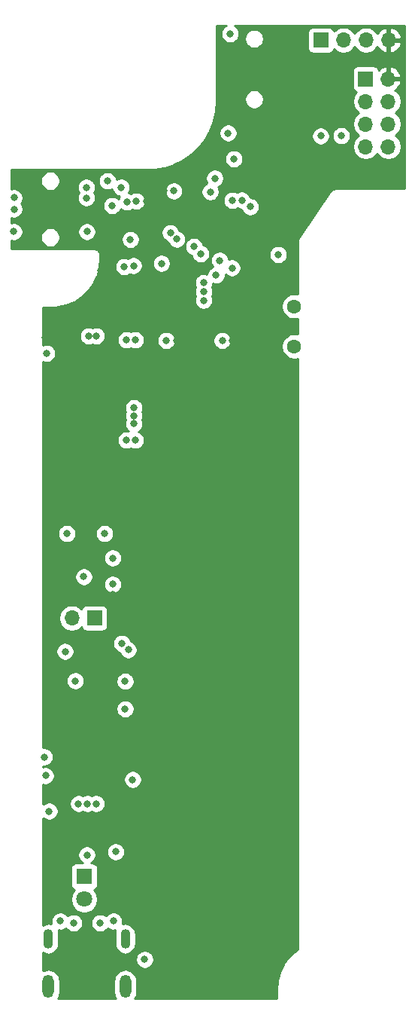
<source format=gbr>
%TF.GenerationSoftware,KiCad,Pcbnew,(5.1.7)-1*%
%TF.CreationDate,2020-11-25T00:45:14-08:00*%
%TF.ProjectId,eskate_remote,65736b61-7465-45f7-9265-6d6f74652e6b,rev?*%
%TF.SameCoordinates,Original*%
%TF.FileFunction,Copper,L2,Inr*%
%TF.FilePolarity,Positive*%
%FSLAX46Y46*%
G04 Gerber Fmt 4.6, Leading zero omitted, Abs format (unit mm)*
G04 Created by KiCad (PCBNEW (5.1.7)-1) date 2020-11-25 00:45:14*
%MOMM*%
%LPD*%
G01*
G04 APERTURE LIST*
%TA.AperFunction,ComponentPad*%
%ADD10O,1.300000X2.600000*%
%TD*%
%TA.AperFunction,ComponentPad*%
%ADD11O,1.100000X2.200000*%
%TD*%
%TA.AperFunction,ComponentPad*%
%ADD12C,1.600000*%
%TD*%
%TA.AperFunction,ComponentPad*%
%ADD13O,1.700000X1.700000*%
%TD*%
%TA.AperFunction,ComponentPad*%
%ADD14R,1.700000X1.700000*%
%TD*%
%TA.AperFunction,ComponentPad*%
%ADD15C,1.800000*%
%TD*%
%TA.AperFunction,ComponentPad*%
%ADD16R,1.800000X1.800000*%
%TD*%
%TA.AperFunction,ViaPad*%
%ADD17C,0.800000*%
%TD*%
%TA.AperFunction,Conductor*%
%ADD18C,0.254000*%
%TD*%
%TA.AperFunction,Conductor*%
%ADD19C,0.100000*%
%TD*%
G04 APERTURE END LIST*
D10*
%TO.N,N/C*%
%TO.C,J1*%
X109920000Y-148000000D03*
X101280000Y-148000000D03*
D11*
X109920000Y-142640000D03*
%TO.N,Net-(J1-PadS1)*%
X101280000Y-142640000D03*
%TD*%
D12*
%TO.N,BTN_POWER_SELECT*%
%TO.C,SW2*%
X128950000Y-71564000D03*
%TO.N,GND*%
X128950000Y-76064000D03*
%TD*%
D13*
%TO.N,Motor+*%
%TO.C,J5*%
X103910000Y-106600000D03*
D14*
%TO.N,Motor-*%
X106450000Y-106600000D03*
%TD*%
D13*
%TO.N,+3V3*%
%TO.C,J4*%
X139570000Y-41650000D03*
%TO.N,GND*%
X137030000Y-41650000D03*
%TO.N,DISPLAY_SCL*%
X134490000Y-41650000D03*
D14*
%TO.N,DISPLAY_SDA*%
X131950000Y-41650000D03*
%TD*%
D13*
%TO.N,Net-(J3-Pad8)*%
%TO.C,J3*%
X139540000Y-53620000D03*
%TO.N,NRF_MISO*%
X137000000Y-53620000D03*
%TO.N,NRF_MOSI*%
X139540000Y-51080000D03*
%TO.N,NRF_SCK*%
X137000000Y-51080000D03*
%TO.N,NRF_CSN*%
X139540000Y-48540000D03*
%TO.N,NRF_CE*%
X137000000Y-48540000D03*
%TO.N,+3V3*%
X139540000Y-46000000D03*
D14*
%TO.N,GND*%
X137000000Y-46000000D03*
%TD*%
D15*
%TO.N,+5V*%
%TO.C,D2*%
X105300000Y-138190000D03*
D16*
%TO.N,Net-(D2-Pad1)*%
X105300000Y-135650000D03*
%TD*%
D17*
%TO.N,GND*%
X110500000Y-64050000D03*
%TO.N,-BATT*%
X109900000Y-113700000D03*
%TO.N,+3V3*%
X126600000Y-62400000D03*
X125500000Y-61800000D03*
%TO.N,GND*%
X105600000Y-133200000D03*
%TO.N,+5V*%
X105650000Y-127450000D03*
X104100000Y-140850000D03*
X107100000Y-140850000D03*
%TO.N,+3V3*%
X107200000Y-67550000D03*
%TO.N,GND*%
X109800000Y-67100000D03*
X102600000Y-140650000D03*
X108600000Y-140650000D03*
X105250000Y-101950000D03*
X105800000Y-74900000D03*
X106650000Y-74900000D03*
%TO.N,+3V3*%
X110850000Y-81550000D03*
X110850000Y-80650000D03*
X110850000Y-79750000D03*
X102800000Y-103500000D03*
X100900000Y-75100000D03*
X109250000Y-76850000D03*
X104700000Y-94100000D03*
X106250000Y-94100000D03*
X102900000Y-99100000D03*
X108500000Y-103950000D03*
X112300000Y-59750000D03*
X114250000Y-58600000D03*
X128950000Y-67520000D03*
X115700000Y-75410000D03*
X121990000Y-75390000D03*
X97400000Y-58070000D03*
X121710000Y-48770000D03*
%TO.N,GND*%
X110900000Y-82950000D03*
X110900000Y-83850000D03*
X110900000Y-84750000D03*
X101050000Y-76850000D03*
X108500000Y-99850000D03*
X108500000Y-102800000D03*
X103150000Y-110350000D03*
X104300000Y-113650000D03*
X101350000Y-128300000D03*
X110750000Y-124750000D03*
X100800000Y-122200000D03*
X108450000Y-60250000D03*
X111150000Y-59750000D03*
X115400000Y-58600000D03*
X127150000Y-65750000D03*
X121500000Y-52100000D03*
X114540000Y-75400000D03*
X120840000Y-75410000D03*
X97370000Y-63170000D03*
X97400000Y-60650000D03*
X97400000Y-59360000D03*
X121740000Y-40940000D03*
X117660000Y-64840000D03*
%TO.N,BTN_POWER_SELECT*%
X114000000Y-66750000D03*
X120550000Y-66400000D03*
%TO.N,-BATT*%
X109900000Y-116800000D03*
X112100000Y-144950000D03*
%TO.N,+5V*%
X100950000Y-124300000D03*
%TO.N,NRST*%
X110860000Y-67000000D03*
X105610000Y-63180000D03*
%TO.N,Net-(D2-Pad1)*%
X108850000Y-132850000D03*
%TO.N,SWDIO*%
X118413329Y-65673325D03*
X110130000Y-59840000D03*
X109470000Y-58200000D03*
X105550000Y-58190000D03*
%TO.N,SWCLK*%
X121960000Y-59660000D03*
X105540000Y-59380000D03*
%TO.N,SWO*%
X119497653Y-58707653D03*
X107920000Y-57470000D03*
%TO.N,NRF_CE*%
X115732795Y-64025000D03*
X134250000Y-52390000D03*
%TO.N,NRF_CSN*%
X115000000Y-63300000D03*
%TO.N,NRF_SCK*%
X118750000Y-68899994D03*
%TO.N,NRF_MOSI*%
X118750000Y-70900000D03*
%TO.N,NRF_MISO*%
X118750000Y-69899997D03*
%TO.N,DISPLAY_SDA*%
X124000000Y-60370000D03*
X131940000Y-52420000D03*
%TO.N,DISPLAY_SCL*%
X123050000Y-59630000D03*
%TO.N,Net-(R1-Pad1)*%
X120010000Y-57170000D03*
X122170000Y-55000000D03*
%TO.N,USB_D+*%
X104650000Y-127450000D03*
X109545315Y-109445315D03*
X110048400Y-86600000D03*
X110048400Y-75350000D03*
%TO.N,HAPTIC_SDA*%
X103350000Y-97100000D03*
X121950000Y-67250000D03*
%TO.N,HAPTIC_SCL*%
X107600000Y-97100000D03*
X120150000Y-68050000D03*
%TO.N,USB_D-*%
X106650000Y-127450000D03*
X111051600Y-86600000D03*
X111051600Y-75350000D03*
X110254685Y-110154685D03*
%TD*%
D18*
%TO.N,+3V3*%
X121249744Y-40022795D02*
X121080226Y-40136063D01*
X120936063Y-40280226D01*
X120822795Y-40449744D01*
X120744774Y-40638102D01*
X120705000Y-40838061D01*
X120705000Y-41041939D01*
X120744774Y-41241898D01*
X120822795Y-41430256D01*
X120936063Y-41599774D01*
X121080226Y-41743937D01*
X121249744Y-41857205D01*
X121438102Y-41935226D01*
X121638061Y-41975000D01*
X121841939Y-41975000D01*
X122041898Y-41935226D01*
X122230256Y-41857205D01*
X122399774Y-41743937D01*
X122543937Y-41599774D01*
X122657205Y-41430256D01*
X122672580Y-41393137D01*
X123365000Y-41393137D01*
X123365000Y-41606863D01*
X123406696Y-41816483D01*
X123488485Y-42013940D01*
X123607225Y-42191647D01*
X123758353Y-42342775D01*
X123936060Y-42461515D01*
X124133517Y-42543304D01*
X124343137Y-42585000D01*
X124556863Y-42585000D01*
X124766483Y-42543304D01*
X124963940Y-42461515D01*
X125141647Y-42342775D01*
X125292775Y-42191647D01*
X125411515Y-42013940D01*
X125493304Y-41816483D01*
X125535000Y-41606863D01*
X125535000Y-41393137D01*
X125493304Y-41183517D01*
X125411515Y-40986060D01*
X125292775Y-40808353D01*
X125284422Y-40800000D01*
X130461928Y-40800000D01*
X130461928Y-42500000D01*
X130474188Y-42624482D01*
X130510498Y-42744180D01*
X130569463Y-42854494D01*
X130648815Y-42951185D01*
X130745506Y-43030537D01*
X130855820Y-43089502D01*
X130975518Y-43125812D01*
X131100000Y-43138072D01*
X132800000Y-43138072D01*
X132924482Y-43125812D01*
X133044180Y-43089502D01*
X133154494Y-43030537D01*
X133251185Y-42951185D01*
X133330537Y-42854494D01*
X133389502Y-42744180D01*
X133411513Y-42671620D01*
X133543368Y-42803475D01*
X133786589Y-42965990D01*
X134056842Y-43077932D01*
X134343740Y-43135000D01*
X134636260Y-43135000D01*
X134923158Y-43077932D01*
X135193411Y-42965990D01*
X135436632Y-42803475D01*
X135643475Y-42596632D01*
X135760000Y-42422240D01*
X135876525Y-42596632D01*
X136083368Y-42803475D01*
X136326589Y-42965990D01*
X136596842Y-43077932D01*
X136883740Y-43135000D01*
X137176260Y-43135000D01*
X137463158Y-43077932D01*
X137733411Y-42965990D01*
X137976632Y-42803475D01*
X138183475Y-42596632D01*
X138305195Y-42414466D01*
X138374822Y-42531355D01*
X138569731Y-42747588D01*
X138803080Y-42921641D01*
X139065901Y-43046825D01*
X139213110Y-43091476D01*
X139443000Y-42970155D01*
X139443000Y-41777000D01*
X139697000Y-41777000D01*
X139697000Y-42970155D01*
X139926890Y-43091476D01*
X140074099Y-43046825D01*
X140336920Y-42921641D01*
X140570269Y-42747588D01*
X140765178Y-42531355D01*
X140914157Y-42281252D01*
X141011481Y-42006891D01*
X140890814Y-41777000D01*
X139697000Y-41777000D01*
X139443000Y-41777000D01*
X139423000Y-41777000D01*
X139423000Y-41523000D01*
X139443000Y-41523000D01*
X139443000Y-40329845D01*
X139697000Y-40329845D01*
X139697000Y-41523000D01*
X140890814Y-41523000D01*
X141011481Y-41293109D01*
X140914157Y-41018748D01*
X140765178Y-40768645D01*
X140570269Y-40552412D01*
X140336920Y-40378359D01*
X140074099Y-40253175D01*
X139926890Y-40208524D01*
X139697000Y-40329845D01*
X139443000Y-40329845D01*
X139213110Y-40208524D01*
X139065901Y-40253175D01*
X138803080Y-40378359D01*
X138569731Y-40552412D01*
X138374822Y-40768645D01*
X138305195Y-40885534D01*
X138183475Y-40703368D01*
X137976632Y-40496525D01*
X137733411Y-40334010D01*
X137463158Y-40222068D01*
X137176260Y-40165000D01*
X136883740Y-40165000D01*
X136596842Y-40222068D01*
X136326589Y-40334010D01*
X136083368Y-40496525D01*
X135876525Y-40703368D01*
X135760000Y-40877760D01*
X135643475Y-40703368D01*
X135436632Y-40496525D01*
X135193411Y-40334010D01*
X134923158Y-40222068D01*
X134636260Y-40165000D01*
X134343740Y-40165000D01*
X134056842Y-40222068D01*
X133786589Y-40334010D01*
X133543368Y-40496525D01*
X133411513Y-40628380D01*
X133389502Y-40555820D01*
X133330537Y-40445506D01*
X133251185Y-40348815D01*
X133154494Y-40269463D01*
X133044180Y-40210498D01*
X132924482Y-40174188D01*
X132800000Y-40161928D01*
X131100000Y-40161928D01*
X130975518Y-40174188D01*
X130855820Y-40210498D01*
X130745506Y-40269463D01*
X130648815Y-40348815D01*
X130569463Y-40445506D01*
X130510498Y-40555820D01*
X130474188Y-40675518D01*
X130461928Y-40800000D01*
X125284422Y-40800000D01*
X125141647Y-40657225D01*
X124963940Y-40538485D01*
X124766483Y-40456696D01*
X124556863Y-40415000D01*
X124343137Y-40415000D01*
X124133517Y-40456696D01*
X123936060Y-40538485D01*
X123758353Y-40657225D01*
X123607225Y-40808353D01*
X123488485Y-40986060D01*
X123406696Y-41183517D01*
X123365000Y-41393137D01*
X122672580Y-41393137D01*
X122735226Y-41241898D01*
X122775000Y-41041939D01*
X122775000Y-40838061D01*
X122735226Y-40638102D01*
X122657205Y-40449744D01*
X122543937Y-40280226D01*
X122399774Y-40136063D01*
X122230256Y-40022795D01*
X122199366Y-40010000D01*
X141340001Y-40010000D01*
X141340000Y-58340000D01*
X133616802Y-58340000D01*
X133585779Y-58336813D01*
X133551970Y-58340000D01*
X133550581Y-58340000D01*
X133519614Y-58343050D01*
X133456344Y-58349014D01*
X133455009Y-58349413D01*
X133453617Y-58349550D01*
X133392688Y-58368033D01*
X133331776Y-58386232D01*
X133330542Y-58386885D01*
X133329207Y-58387290D01*
X133273065Y-58417298D01*
X133216863Y-58447037D01*
X133215782Y-58447916D01*
X133214550Y-58448575D01*
X133165358Y-58488946D01*
X133116021Y-58529091D01*
X133115130Y-58530167D01*
X133114052Y-58531052D01*
X133073704Y-58580216D01*
X133053895Y-58604148D01*
X133053120Y-58605298D01*
X133031575Y-58631550D01*
X133016873Y-58659057D01*
X129470121Y-63919298D01*
X129448576Y-63945550D01*
X129418598Y-64001635D01*
X129388359Y-64057643D01*
X129387948Y-64058978D01*
X129387291Y-64060207D01*
X129368819Y-64121100D01*
X129350099Y-64181894D01*
X129349957Y-64183280D01*
X129349551Y-64184617D01*
X129343322Y-64247861D01*
X129336813Y-64311221D01*
X129340001Y-64345038D01*
X129340001Y-70178463D01*
X129091335Y-70129000D01*
X128808665Y-70129000D01*
X128531426Y-70184147D01*
X128270273Y-70292320D01*
X128035241Y-70449363D01*
X127835363Y-70649241D01*
X127678320Y-70884273D01*
X127570147Y-71145426D01*
X127515000Y-71422665D01*
X127515000Y-71705335D01*
X127570147Y-71982574D01*
X127678320Y-72243727D01*
X127835363Y-72478759D01*
X128035241Y-72678637D01*
X128270273Y-72835680D01*
X128531426Y-72943853D01*
X128808665Y-72999000D01*
X129091335Y-72999000D01*
X129340001Y-72949537D01*
X129340001Y-74678463D01*
X129091335Y-74629000D01*
X128808665Y-74629000D01*
X128531426Y-74684147D01*
X128270273Y-74792320D01*
X128035241Y-74949363D01*
X127835363Y-75149241D01*
X127678320Y-75384273D01*
X127570147Y-75645426D01*
X127515000Y-75922665D01*
X127515000Y-76205335D01*
X127570147Y-76482574D01*
X127678320Y-76743727D01*
X127835363Y-76978759D01*
X128035241Y-77178637D01*
X128270273Y-77335680D01*
X128531426Y-77443853D01*
X128808665Y-77499000D01*
X129091335Y-77499000D01*
X129340001Y-77449537D01*
X129340000Y-143845619D01*
X129075401Y-144020081D01*
X129040104Y-144048308D01*
X129003538Y-144074874D01*
X128990698Y-144086436D01*
X128359070Y-144670306D01*
X128324423Y-144708785D01*
X128288769Y-144746356D01*
X128278251Y-144760064D01*
X127763602Y-145449263D01*
X127736558Y-145493395D01*
X127708337Y-145536851D01*
X127700493Y-145552247D01*
X127320059Y-146323693D01*
X127301503Y-146372034D01*
X127281682Y-146419885D01*
X127276775Y-146436452D01*
X127043295Y-147264307D01*
X127033857Y-147315229D01*
X127023090Y-147365884D01*
X127021284Y-147383067D01*
X126942579Y-148239609D01*
X126942579Y-148241406D01*
X126940001Y-148267581D01*
X126940000Y-149340000D01*
X111008233Y-149340000D01*
X111112929Y-149144127D01*
X111186407Y-148901904D01*
X111205000Y-148713123D01*
X111205000Y-147286877D01*
X111186407Y-147098096D01*
X111112929Y-146855873D01*
X110993608Y-146632638D01*
X110833028Y-146436972D01*
X110637361Y-146276392D01*
X110414126Y-146157071D01*
X110171903Y-146083593D01*
X109920000Y-146058783D01*
X109668096Y-146083593D01*
X109425873Y-146157071D01*
X109202638Y-146276392D01*
X109006972Y-146436972D01*
X108846392Y-146632639D01*
X108727071Y-146855874D01*
X108653593Y-147098097D01*
X108635000Y-147286878D01*
X108635000Y-148713123D01*
X108653593Y-148901904D01*
X108727071Y-149144127D01*
X108831768Y-149340000D01*
X102368233Y-149340000D01*
X102472929Y-149144127D01*
X102546407Y-148901904D01*
X102565000Y-148713123D01*
X102565000Y-147286877D01*
X102546407Y-147098096D01*
X102472929Y-146855873D01*
X102353608Y-146632638D01*
X102193028Y-146436972D01*
X101997361Y-146276392D01*
X101774126Y-146157071D01*
X101531903Y-146083593D01*
X101280000Y-146058783D01*
X101028096Y-146083593D01*
X100785873Y-146157071D01*
X100660000Y-146224351D01*
X100660000Y-144848061D01*
X111065000Y-144848061D01*
X111065000Y-145051939D01*
X111104774Y-145251898D01*
X111182795Y-145440256D01*
X111296063Y-145609774D01*
X111440226Y-145753937D01*
X111609744Y-145867205D01*
X111798102Y-145945226D01*
X111998061Y-145985000D01*
X112201939Y-145985000D01*
X112401898Y-145945226D01*
X112590256Y-145867205D01*
X112759774Y-145753937D01*
X112903937Y-145609774D01*
X113017205Y-145440256D01*
X113095226Y-145251898D01*
X113135000Y-145051939D01*
X113135000Y-144848061D01*
X113095226Y-144648102D01*
X113017205Y-144459744D01*
X112903937Y-144290226D01*
X112759774Y-144146063D01*
X112590256Y-144032795D01*
X112401898Y-143954774D01*
X112201939Y-143915000D01*
X111998061Y-143915000D01*
X111798102Y-143954774D01*
X111609744Y-144032795D01*
X111440226Y-144146063D01*
X111296063Y-144290226D01*
X111182795Y-144459744D01*
X111104774Y-144648102D01*
X111065000Y-144848061D01*
X100660000Y-144848061D01*
X100660000Y-144202259D01*
X100824327Y-144290094D01*
X101047701Y-144357853D01*
X101280000Y-144380733D01*
X101512300Y-144357853D01*
X101735674Y-144290094D01*
X101941536Y-144180058D01*
X102121975Y-144031975D01*
X102270058Y-143851536D01*
X102380094Y-143645674D01*
X102447853Y-143422300D01*
X102465000Y-143248207D01*
X102465000Y-142031793D01*
X102447853Y-141857700D01*
X102388878Y-141663282D01*
X102498061Y-141685000D01*
X102701939Y-141685000D01*
X102901898Y-141645226D01*
X103090256Y-141567205D01*
X103259069Y-141454408D01*
X103296063Y-141509774D01*
X103440226Y-141653937D01*
X103609744Y-141767205D01*
X103798102Y-141845226D01*
X103998061Y-141885000D01*
X104201939Y-141885000D01*
X104401898Y-141845226D01*
X104590256Y-141767205D01*
X104759774Y-141653937D01*
X104903937Y-141509774D01*
X105017205Y-141340256D01*
X105095226Y-141151898D01*
X105135000Y-140951939D01*
X105135000Y-140748061D01*
X106065000Y-140748061D01*
X106065000Y-140951939D01*
X106104774Y-141151898D01*
X106182795Y-141340256D01*
X106296063Y-141509774D01*
X106440226Y-141653937D01*
X106609744Y-141767205D01*
X106798102Y-141845226D01*
X106998061Y-141885000D01*
X107201939Y-141885000D01*
X107401898Y-141845226D01*
X107590256Y-141767205D01*
X107759774Y-141653937D01*
X107903937Y-141509774D01*
X107940931Y-141454408D01*
X108109744Y-141567205D01*
X108298102Y-141645226D01*
X108498061Y-141685000D01*
X108701939Y-141685000D01*
X108811123Y-141663282D01*
X108752147Y-141857701D01*
X108735000Y-142031794D01*
X108735000Y-143248207D01*
X108752147Y-143422300D01*
X108819906Y-143645674D01*
X108929943Y-143851536D01*
X109078026Y-144031975D01*
X109258465Y-144180058D01*
X109464327Y-144290094D01*
X109687701Y-144357853D01*
X109920000Y-144380733D01*
X110152300Y-144357853D01*
X110375674Y-144290094D01*
X110581536Y-144180058D01*
X110761975Y-144031975D01*
X110910058Y-143851536D01*
X111020094Y-143645674D01*
X111087853Y-143422300D01*
X111105000Y-143248207D01*
X111105000Y-142031793D01*
X111087853Y-141857700D01*
X111020094Y-141634326D01*
X110910058Y-141428464D01*
X110761975Y-141248025D01*
X110581535Y-141099942D01*
X110375673Y-140989906D01*
X110152299Y-140922147D01*
X109920000Y-140899267D01*
X109687700Y-140922147D01*
X109595586Y-140950089D01*
X109635000Y-140751939D01*
X109635000Y-140548061D01*
X109595226Y-140348102D01*
X109517205Y-140159744D01*
X109403937Y-139990226D01*
X109259774Y-139846063D01*
X109090256Y-139732795D01*
X108901898Y-139654774D01*
X108701939Y-139615000D01*
X108498061Y-139615000D01*
X108298102Y-139654774D01*
X108109744Y-139732795D01*
X107940226Y-139846063D01*
X107796063Y-139990226D01*
X107759069Y-140045592D01*
X107590256Y-139932795D01*
X107401898Y-139854774D01*
X107201939Y-139815000D01*
X106998061Y-139815000D01*
X106798102Y-139854774D01*
X106609744Y-139932795D01*
X106440226Y-140046063D01*
X106296063Y-140190226D01*
X106182795Y-140359744D01*
X106104774Y-140548102D01*
X106065000Y-140748061D01*
X105135000Y-140748061D01*
X105095226Y-140548102D01*
X105017205Y-140359744D01*
X104903937Y-140190226D01*
X104759774Y-140046063D01*
X104590256Y-139932795D01*
X104401898Y-139854774D01*
X104201939Y-139815000D01*
X103998061Y-139815000D01*
X103798102Y-139854774D01*
X103609744Y-139932795D01*
X103440931Y-140045592D01*
X103403937Y-139990226D01*
X103259774Y-139846063D01*
X103090256Y-139732795D01*
X102901898Y-139654774D01*
X102701939Y-139615000D01*
X102498061Y-139615000D01*
X102298102Y-139654774D01*
X102109744Y-139732795D01*
X101940226Y-139846063D01*
X101796063Y-139990226D01*
X101682795Y-140159744D01*
X101604774Y-140348102D01*
X101565000Y-140548061D01*
X101565000Y-140751939D01*
X101604414Y-140950090D01*
X101512299Y-140922147D01*
X101280000Y-140899267D01*
X101047700Y-140922147D01*
X100824326Y-140989906D01*
X100660000Y-141077740D01*
X100660000Y-134750000D01*
X103761928Y-134750000D01*
X103761928Y-136550000D01*
X103774188Y-136674482D01*
X103810498Y-136794180D01*
X103869463Y-136904494D01*
X103948815Y-137001185D01*
X104045506Y-137080537D01*
X104155820Y-137139502D01*
X104174127Y-137145056D01*
X104107688Y-137211495D01*
X103939701Y-137462905D01*
X103823989Y-137742257D01*
X103765000Y-138038816D01*
X103765000Y-138341184D01*
X103823989Y-138637743D01*
X103939701Y-138917095D01*
X104107688Y-139168505D01*
X104321495Y-139382312D01*
X104572905Y-139550299D01*
X104852257Y-139666011D01*
X105148816Y-139725000D01*
X105451184Y-139725000D01*
X105747743Y-139666011D01*
X106027095Y-139550299D01*
X106278505Y-139382312D01*
X106492312Y-139168505D01*
X106660299Y-138917095D01*
X106776011Y-138637743D01*
X106835000Y-138341184D01*
X106835000Y-138038816D01*
X106776011Y-137742257D01*
X106660299Y-137462905D01*
X106492312Y-137211495D01*
X106425873Y-137145056D01*
X106444180Y-137139502D01*
X106554494Y-137080537D01*
X106651185Y-137001185D01*
X106730537Y-136904494D01*
X106789502Y-136794180D01*
X106825812Y-136674482D01*
X106838072Y-136550000D01*
X106838072Y-134750000D01*
X106825812Y-134625518D01*
X106789502Y-134505820D01*
X106730537Y-134395506D01*
X106651185Y-134298815D01*
X106554494Y-134219463D01*
X106444180Y-134160498D01*
X106324482Y-134124188D01*
X106200000Y-134111928D01*
X106098154Y-134111928D01*
X106259774Y-134003937D01*
X106403937Y-133859774D01*
X106517205Y-133690256D01*
X106595226Y-133501898D01*
X106635000Y-133301939D01*
X106635000Y-133098061D01*
X106595226Y-132898102D01*
X106533077Y-132748061D01*
X107815000Y-132748061D01*
X107815000Y-132951939D01*
X107854774Y-133151898D01*
X107932795Y-133340256D01*
X108046063Y-133509774D01*
X108190226Y-133653937D01*
X108359744Y-133767205D01*
X108548102Y-133845226D01*
X108748061Y-133885000D01*
X108951939Y-133885000D01*
X109151898Y-133845226D01*
X109340256Y-133767205D01*
X109509774Y-133653937D01*
X109653937Y-133509774D01*
X109767205Y-133340256D01*
X109845226Y-133151898D01*
X109885000Y-132951939D01*
X109885000Y-132748061D01*
X109845226Y-132548102D01*
X109767205Y-132359744D01*
X109653937Y-132190226D01*
X109509774Y-132046063D01*
X109340256Y-131932795D01*
X109151898Y-131854774D01*
X108951939Y-131815000D01*
X108748061Y-131815000D01*
X108548102Y-131854774D01*
X108359744Y-131932795D01*
X108190226Y-132046063D01*
X108046063Y-132190226D01*
X107932795Y-132359744D01*
X107854774Y-132548102D01*
X107815000Y-132748061D01*
X106533077Y-132748061D01*
X106517205Y-132709744D01*
X106403937Y-132540226D01*
X106259774Y-132396063D01*
X106090256Y-132282795D01*
X105901898Y-132204774D01*
X105701939Y-132165000D01*
X105498061Y-132165000D01*
X105298102Y-132204774D01*
X105109744Y-132282795D01*
X104940226Y-132396063D01*
X104796063Y-132540226D01*
X104682795Y-132709744D01*
X104604774Y-132898102D01*
X104565000Y-133098061D01*
X104565000Y-133301939D01*
X104604774Y-133501898D01*
X104682795Y-133690256D01*
X104796063Y-133859774D01*
X104940226Y-134003937D01*
X105101846Y-134111928D01*
X104400000Y-134111928D01*
X104275518Y-134124188D01*
X104155820Y-134160498D01*
X104045506Y-134219463D01*
X103948815Y-134298815D01*
X103869463Y-134395506D01*
X103810498Y-134505820D01*
X103774188Y-134625518D01*
X103761928Y-134750000D01*
X100660000Y-134750000D01*
X100660000Y-129073711D01*
X100690226Y-129103937D01*
X100859744Y-129217205D01*
X101048102Y-129295226D01*
X101248061Y-129335000D01*
X101451939Y-129335000D01*
X101651898Y-129295226D01*
X101840256Y-129217205D01*
X102009774Y-129103937D01*
X102153937Y-128959774D01*
X102267205Y-128790256D01*
X102345226Y-128601898D01*
X102385000Y-128401939D01*
X102385000Y-128198061D01*
X102345226Y-127998102D01*
X102267205Y-127809744D01*
X102153937Y-127640226D01*
X102009774Y-127496063D01*
X101840256Y-127382795D01*
X101756402Y-127348061D01*
X103615000Y-127348061D01*
X103615000Y-127551939D01*
X103654774Y-127751898D01*
X103732795Y-127940256D01*
X103846063Y-128109774D01*
X103990226Y-128253937D01*
X104159744Y-128367205D01*
X104348102Y-128445226D01*
X104548061Y-128485000D01*
X104751939Y-128485000D01*
X104951898Y-128445226D01*
X105140256Y-128367205D01*
X105150000Y-128360694D01*
X105159744Y-128367205D01*
X105348102Y-128445226D01*
X105548061Y-128485000D01*
X105751939Y-128485000D01*
X105951898Y-128445226D01*
X106140256Y-128367205D01*
X106150000Y-128360694D01*
X106159744Y-128367205D01*
X106348102Y-128445226D01*
X106548061Y-128485000D01*
X106751939Y-128485000D01*
X106951898Y-128445226D01*
X107140256Y-128367205D01*
X107309774Y-128253937D01*
X107453937Y-128109774D01*
X107567205Y-127940256D01*
X107645226Y-127751898D01*
X107685000Y-127551939D01*
X107685000Y-127348061D01*
X107645226Y-127148102D01*
X107567205Y-126959744D01*
X107453937Y-126790226D01*
X107309774Y-126646063D01*
X107140256Y-126532795D01*
X106951898Y-126454774D01*
X106751939Y-126415000D01*
X106548061Y-126415000D01*
X106348102Y-126454774D01*
X106159744Y-126532795D01*
X106150000Y-126539306D01*
X106140256Y-126532795D01*
X105951898Y-126454774D01*
X105751939Y-126415000D01*
X105548061Y-126415000D01*
X105348102Y-126454774D01*
X105159744Y-126532795D01*
X105150000Y-126539306D01*
X105140256Y-126532795D01*
X104951898Y-126454774D01*
X104751939Y-126415000D01*
X104548061Y-126415000D01*
X104348102Y-126454774D01*
X104159744Y-126532795D01*
X103990226Y-126646063D01*
X103846063Y-126790226D01*
X103732795Y-126959744D01*
X103654774Y-127148102D01*
X103615000Y-127348061D01*
X101756402Y-127348061D01*
X101651898Y-127304774D01*
X101451939Y-127265000D01*
X101248061Y-127265000D01*
X101048102Y-127304774D01*
X100859744Y-127382795D01*
X100690226Y-127496063D01*
X100660000Y-127526289D01*
X100660000Y-125297593D01*
X100848061Y-125335000D01*
X101051939Y-125335000D01*
X101251898Y-125295226D01*
X101440256Y-125217205D01*
X101609774Y-125103937D01*
X101753937Y-124959774D01*
X101867205Y-124790256D01*
X101926104Y-124648061D01*
X109715000Y-124648061D01*
X109715000Y-124851939D01*
X109754774Y-125051898D01*
X109832795Y-125240256D01*
X109946063Y-125409774D01*
X110090226Y-125553937D01*
X110259744Y-125667205D01*
X110448102Y-125745226D01*
X110648061Y-125785000D01*
X110851939Y-125785000D01*
X111051898Y-125745226D01*
X111240256Y-125667205D01*
X111409774Y-125553937D01*
X111553937Y-125409774D01*
X111667205Y-125240256D01*
X111745226Y-125051898D01*
X111785000Y-124851939D01*
X111785000Y-124648061D01*
X111745226Y-124448102D01*
X111667205Y-124259744D01*
X111553937Y-124090226D01*
X111409774Y-123946063D01*
X111240256Y-123832795D01*
X111051898Y-123754774D01*
X110851939Y-123715000D01*
X110648061Y-123715000D01*
X110448102Y-123754774D01*
X110259744Y-123832795D01*
X110090226Y-123946063D01*
X109946063Y-124090226D01*
X109832795Y-124259744D01*
X109754774Y-124448102D01*
X109715000Y-124648061D01*
X101926104Y-124648061D01*
X101945226Y-124601898D01*
X101985000Y-124401939D01*
X101985000Y-124198061D01*
X101945226Y-123998102D01*
X101867205Y-123809744D01*
X101753937Y-123640226D01*
X101609774Y-123496063D01*
X101440256Y-123382795D01*
X101251898Y-123304774D01*
X101051939Y-123265000D01*
X100848061Y-123265000D01*
X100660000Y-123302407D01*
X100660000Y-123227429D01*
X100698061Y-123235000D01*
X100901939Y-123235000D01*
X101101898Y-123195226D01*
X101290256Y-123117205D01*
X101459774Y-123003937D01*
X101603937Y-122859774D01*
X101717205Y-122690256D01*
X101795226Y-122501898D01*
X101835000Y-122301939D01*
X101835000Y-122098061D01*
X101795226Y-121898102D01*
X101717205Y-121709744D01*
X101603937Y-121540226D01*
X101459774Y-121396063D01*
X101290256Y-121282795D01*
X101101898Y-121204774D01*
X100901939Y-121165000D01*
X100698061Y-121165000D01*
X100660000Y-121172571D01*
X100660000Y-116698061D01*
X108865000Y-116698061D01*
X108865000Y-116901939D01*
X108904774Y-117101898D01*
X108982795Y-117290256D01*
X109096063Y-117459774D01*
X109240226Y-117603937D01*
X109409744Y-117717205D01*
X109598102Y-117795226D01*
X109798061Y-117835000D01*
X110001939Y-117835000D01*
X110201898Y-117795226D01*
X110390256Y-117717205D01*
X110559774Y-117603937D01*
X110703937Y-117459774D01*
X110817205Y-117290256D01*
X110895226Y-117101898D01*
X110935000Y-116901939D01*
X110935000Y-116698061D01*
X110895226Y-116498102D01*
X110817205Y-116309744D01*
X110703937Y-116140226D01*
X110559774Y-115996063D01*
X110390256Y-115882795D01*
X110201898Y-115804774D01*
X110001939Y-115765000D01*
X109798061Y-115765000D01*
X109598102Y-115804774D01*
X109409744Y-115882795D01*
X109240226Y-115996063D01*
X109096063Y-116140226D01*
X108982795Y-116309744D01*
X108904774Y-116498102D01*
X108865000Y-116698061D01*
X100660000Y-116698061D01*
X100660000Y-113548061D01*
X103265000Y-113548061D01*
X103265000Y-113751939D01*
X103304774Y-113951898D01*
X103382795Y-114140256D01*
X103496063Y-114309774D01*
X103640226Y-114453937D01*
X103809744Y-114567205D01*
X103998102Y-114645226D01*
X104198061Y-114685000D01*
X104401939Y-114685000D01*
X104601898Y-114645226D01*
X104790256Y-114567205D01*
X104959774Y-114453937D01*
X105103937Y-114309774D01*
X105217205Y-114140256D01*
X105295226Y-113951898D01*
X105335000Y-113751939D01*
X105335000Y-113598061D01*
X108865000Y-113598061D01*
X108865000Y-113801939D01*
X108904774Y-114001898D01*
X108982795Y-114190256D01*
X109096063Y-114359774D01*
X109240226Y-114503937D01*
X109409744Y-114617205D01*
X109598102Y-114695226D01*
X109798061Y-114735000D01*
X110001939Y-114735000D01*
X110201898Y-114695226D01*
X110390256Y-114617205D01*
X110559774Y-114503937D01*
X110703937Y-114359774D01*
X110817205Y-114190256D01*
X110895226Y-114001898D01*
X110935000Y-113801939D01*
X110935000Y-113598061D01*
X110895226Y-113398102D01*
X110817205Y-113209744D01*
X110703937Y-113040226D01*
X110559774Y-112896063D01*
X110390256Y-112782795D01*
X110201898Y-112704774D01*
X110001939Y-112665000D01*
X109798061Y-112665000D01*
X109598102Y-112704774D01*
X109409744Y-112782795D01*
X109240226Y-112896063D01*
X109096063Y-113040226D01*
X108982795Y-113209744D01*
X108904774Y-113398102D01*
X108865000Y-113598061D01*
X105335000Y-113598061D01*
X105335000Y-113548061D01*
X105295226Y-113348102D01*
X105217205Y-113159744D01*
X105103937Y-112990226D01*
X104959774Y-112846063D01*
X104790256Y-112732795D01*
X104601898Y-112654774D01*
X104401939Y-112615000D01*
X104198061Y-112615000D01*
X103998102Y-112654774D01*
X103809744Y-112732795D01*
X103640226Y-112846063D01*
X103496063Y-112990226D01*
X103382795Y-113159744D01*
X103304774Y-113348102D01*
X103265000Y-113548061D01*
X100660000Y-113548061D01*
X100660000Y-110248061D01*
X102115000Y-110248061D01*
X102115000Y-110451939D01*
X102154774Y-110651898D01*
X102232795Y-110840256D01*
X102346063Y-111009774D01*
X102490226Y-111153937D01*
X102659744Y-111267205D01*
X102848102Y-111345226D01*
X103048061Y-111385000D01*
X103251939Y-111385000D01*
X103451898Y-111345226D01*
X103640256Y-111267205D01*
X103809774Y-111153937D01*
X103953937Y-111009774D01*
X104067205Y-110840256D01*
X104145226Y-110651898D01*
X104185000Y-110451939D01*
X104185000Y-110248061D01*
X104145226Y-110048102D01*
X104067205Y-109859744D01*
X103953937Y-109690226D01*
X103809774Y-109546063D01*
X103640256Y-109432795D01*
X103451898Y-109354774D01*
X103394596Y-109343376D01*
X108510315Y-109343376D01*
X108510315Y-109547254D01*
X108550089Y-109747213D01*
X108628110Y-109935571D01*
X108741378Y-110105089D01*
X108885541Y-110249252D01*
X109055059Y-110362520D01*
X109243417Y-110440541D01*
X109256797Y-110443203D01*
X109259459Y-110456583D01*
X109337480Y-110644941D01*
X109450748Y-110814459D01*
X109594911Y-110958622D01*
X109764429Y-111071890D01*
X109952787Y-111149911D01*
X110152746Y-111189685D01*
X110356624Y-111189685D01*
X110556583Y-111149911D01*
X110744941Y-111071890D01*
X110914459Y-110958622D01*
X111058622Y-110814459D01*
X111171890Y-110644941D01*
X111249911Y-110456583D01*
X111289685Y-110256624D01*
X111289685Y-110052746D01*
X111249911Y-109852787D01*
X111171890Y-109664429D01*
X111058622Y-109494911D01*
X110914459Y-109350748D01*
X110744941Y-109237480D01*
X110556583Y-109159459D01*
X110543203Y-109156797D01*
X110540541Y-109143417D01*
X110462520Y-108955059D01*
X110349252Y-108785541D01*
X110205089Y-108641378D01*
X110035571Y-108528110D01*
X109847213Y-108450089D01*
X109647254Y-108410315D01*
X109443376Y-108410315D01*
X109243417Y-108450089D01*
X109055059Y-108528110D01*
X108885541Y-108641378D01*
X108741378Y-108785541D01*
X108628110Y-108955059D01*
X108550089Y-109143417D01*
X108510315Y-109343376D01*
X103394596Y-109343376D01*
X103251939Y-109315000D01*
X103048061Y-109315000D01*
X102848102Y-109354774D01*
X102659744Y-109432795D01*
X102490226Y-109546063D01*
X102346063Y-109690226D01*
X102232795Y-109859744D01*
X102154774Y-110048102D01*
X102115000Y-110248061D01*
X100660000Y-110248061D01*
X100660000Y-106453740D01*
X102425000Y-106453740D01*
X102425000Y-106746260D01*
X102482068Y-107033158D01*
X102594010Y-107303411D01*
X102756525Y-107546632D01*
X102963368Y-107753475D01*
X103206589Y-107915990D01*
X103476842Y-108027932D01*
X103763740Y-108085000D01*
X104056260Y-108085000D01*
X104343158Y-108027932D01*
X104613411Y-107915990D01*
X104856632Y-107753475D01*
X104988487Y-107621620D01*
X105010498Y-107694180D01*
X105069463Y-107804494D01*
X105148815Y-107901185D01*
X105245506Y-107980537D01*
X105355820Y-108039502D01*
X105475518Y-108075812D01*
X105600000Y-108088072D01*
X107300000Y-108088072D01*
X107424482Y-108075812D01*
X107544180Y-108039502D01*
X107654494Y-107980537D01*
X107751185Y-107901185D01*
X107830537Y-107804494D01*
X107889502Y-107694180D01*
X107925812Y-107574482D01*
X107938072Y-107450000D01*
X107938072Y-105750000D01*
X107925812Y-105625518D01*
X107889502Y-105505820D01*
X107830537Y-105395506D01*
X107751185Y-105298815D01*
X107654494Y-105219463D01*
X107544180Y-105160498D01*
X107424482Y-105124188D01*
X107300000Y-105111928D01*
X105600000Y-105111928D01*
X105475518Y-105124188D01*
X105355820Y-105160498D01*
X105245506Y-105219463D01*
X105148815Y-105298815D01*
X105069463Y-105395506D01*
X105010498Y-105505820D01*
X104988487Y-105578380D01*
X104856632Y-105446525D01*
X104613411Y-105284010D01*
X104343158Y-105172068D01*
X104056260Y-105115000D01*
X103763740Y-105115000D01*
X103476842Y-105172068D01*
X103206589Y-105284010D01*
X102963368Y-105446525D01*
X102756525Y-105653368D01*
X102594010Y-105896589D01*
X102482068Y-106166842D01*
X102425000Y-106453740D01*
X100660000Y-106453740D01*
X100660000Y-101848061D01*
X104215000Y-101848061D01*
X104215000Y-102051939D01*
X104254774Y-102251898D01*
X104332795Y-102440256D01*
X104446063Y-102609774D01*
X104590226Y-102753937D01*
X104759744Y-102867205D01*
X104948102Y-102945226D01*
X105148061Y-102985000D01*
X105351939Y-102985000D01*
X105551898Y-102945226D01*
X105740256Y-102867205D01*
X105909774Y-102753937D01*
X105965650Y-102698061D01*
X107465000Y-102698061D01*
X107465000Y-102901939D01*
X107504774Y-103101898D01*
X107582795Y-103290256D01*
X107696063Y-103459774D01*
X107840226Y-103603937D01*
X108009744Y-103717205D01*
X108198102Y-103795226D01*
X108398061Y-103835000D01*
X108601939Y-103835000D01*
X108801898Y-103795226D01*
X108990256Y-103717205D01*
X109159774Y-103603937D01*
X109303937Y-103459774D01*
X109417205Y-103290256D01*
X109495226Y-103101898D01*
X109535000Y-102901939D01*
X109535000Y-102698061D01*
X109495226Y-102498102D01*
X109417205Y-102309744D01*
X109303937Y-102140226D01*
X109159774Y-101996063D01*
X108990256Y-101882795D01*
X108801898Y-101804774D01*
X108601939Y-101765000D01*
X108398061Y-101765000D01*
X108198102Y-101804774D01*
X108009744Y-101882795D01*
X107840226Y-101996063D01*
X107696063Y-102140226D01*
X107582795Y-102309744D01*
X107504774Y-102498102D01*
X107465000Y-102698061D01*
X105965650Y-102698061D01*
X106053937Y-102609774D01*
X106167205Y-102440256D01*
X106245226Y-102251898D01*
X106285000Y-102051939D01*
X106285000Y-101848061D01*
X106245226Y-101648102D01*
X106167205Y-101459744D01*
X106053937Y-101290226D01*
X105909774Y-101146063D01*
X105740256Y-101032795D01*
X105551898Y-100954774D01*
X105351939Y-100915000D01*
X105148061Y-100915000D01*
X104948102Y-100954774D01*
X104759744Y-101032795D01*
X104590226Y-101146063D01*
X104446063Y-101290226D01*
X104332795Y-101459744D01*
X104254774Y-101648102D01*
X104215000Y-101848061D01*
X100660000Y-101848061D01*
X100660000Y-99748061D01*
X107465000Y-99748061D01*
X107465000Y-99951939D01*
X107504774Y-100151898D01*
X107582795Y-100340256D01*
X107696063Y-100509774D01*
X107840226Y-100653937D01*
X108009744Y-100767205D01*
X108198102Y-100845226D01*
X108398061Y-100885000D01*
X108601939Y-100885000D01*
X108801898Y-100845226D01*
X108990256Y-100767205D01*
X109159774Y-100653937D01*
X109303937Y-100509774D01*
X109417205Y-100340256D01*
X109495226Y-100151898D01*
X109535000Y-99951939D01*
X109535000Y-99748061D01*
X109495226Y-99548102D01*
X109417205Y-99359744D01*
X109303937Y-99190226D01*
X109159774Y-99046063D01*
X108990256Y-98932795D01*
X108801898Y-98854774D01*
X108601939Y-98815000D01*
X108398061Y-98815000D01*
X108198102Y-98854774D01*
X108009744Y-98932795D01*
X107840226Y-99046063D01*
X107696063Y-99190226D01*
X107582795Y-99359744D01*
X107504774Y-99548102D01*
X107465000Y-99748061D01*
X100660000Y-99748061D01*
X100660000Y-96998061D01*
X102315000Y-96998061D01*
X102315000Y-97201939D01*
X102354774Y-97401898D01*
X102432795Y-97590256D01*
X102546063Y-97759774D01*
X102690226Y-97903937D01*
X102859744Y-98017205D01*
X103048102Y-98095226D01*
X103248061Y-98135000D01*
X103451939Y-98135000D01*
X103651898Y-98095226D01*
X103840256Y-98017205D01*
X104009774Y-97903937D01*
X104153937Y-97759774D01*
X104267205Y-97590256D01*
X104345226Y-97401898D01*
X104385000Y-97201939D01*
X104385000Y-96998061D01*
X106565000Y-96998061D01*
X106565000Y-97201939D01*
X106604774Y-97401898D01*
X106682795Y-97590256D01*
X106796063Y-97759774D01*
X106940226Y-97903937D01*
X107109744Y-98017205D01*
X107298102Y-98095226D01*
X107498061Y-98135000D01*
X107701939Y-98135000D01*
X107901898Y-98095226D01*
X108090256Y-98017205D01*
X108259774Y-97903937D01*
X108403937Y-97759774D01*
X108517205Y-97590256D01*
X108595226Y-97401898D01*
X108635000Y-97201939D01*
X108635000Y-96998061D01*
X108595226Y-96798102D01*
X108517205Y-96609744D01*
X108403937Y-96440226D01*
X108259774Y-96296063D01*
X108090256Y-96182795D01*
X107901898Y-96104774D01*
X107701939Y-96065000D01*
X107498061Y-96065000D01*
X107298102Y-96104774D01*
X107109744Y-96182795D01*
X106940226Y-96296063D01*
X106796063Y-96440226D01*
X106682795Y-96609744D01*
X106604774Y-96798102D01*
X106565000Y-96998061D01*
X104385000Y-96998061D01*
X104345226Y-96798102D01*
X104267205Y-96609744D01*
X104153937Y-96440226D01*
X104009774Y-96296063D01*
X103840256Y-96182795D01*
X103651898Y-96104774D01*
X103451939Y-96065000D01*
X103248061Y-96065000D01*
X103048102Y-96104774D01*
X102859744Y-96182795D01*
X102690226Y-96296063D01*
X102546063Y-96440226D01*
X102432795Y-96609744D01*
X102354774Y-96798102D01*
X102315000Y-96998061D01*
X100660000Y-96998061D01*
X100660000Y-86498061D01*
X109013400Y-86498061D01*
X109013400Y-86701939D01*
X109053174Y-86901898D01*
X109131195Y-87090256D01*
X109244463Y-87259774D01*
X109388626Y-87403937D01*
X109558144Y-87517205D01*
X109746502Y-87595226D01*
X109946461Y-87635000D01*
X110150339Y-87635000D01*
X110350298Y-87595226D01*
X110538656Y-87517205D01*
X110550000Y-87509625D01*
X110561344Y-87517205D01*
X110749702Y-87595226D01*
X110949661Y-87635000D01*
X111153539Y-87635000D01*
X111353498Y-87595226D01*
X111541856Y-87517205D01*
X111711374Y-87403937D01*
X111855537Y-87259774D01*
X111968805Y-87090256D01*
X112046826Y-86901898D01*
X112086600Y-86701939D01*
X112086600Y-86498061D01*
X112046826Y-86298102D01*
X111968805Y-86109744D01*
X111855537Y-85940226D01*
X111711374Y-85796063D01*
X111541856Y-85682795D01*
X111433868Y-85638065D01*
X111559774Y-85553937D01*
X111703937Y-85409774D01*
X111817205Y-85240256D01*
X111895226Y-85051898D01*
X111935000Y-84851939D01*
X111935000Y-84648061D01*
X111895226Y-84448102D01*
X111833880Y-84300000D01*
X111895226Y-84151898D01*
X111935000Y-83951939D01*
X111935000Y-83748061D01*
X111895226Y-83548102D01*
X111833880Y-83400000D01*
X111895226Y-83251898D01*
X111935000Y-83051939D01*
X111935000Y-82848061D01*
X111895226Y-82648102D01*
X111817205Y-82459744D01*
X111703937Y-82290226D01*
X111559774Y-82146063D01*
X111390256Y-82032795D01*
X111201898Y-81954774D01*
X111001939Y-81915000D01*
X110798061Y-81915000D01*
X110598102Y-81954774D01*
X110409744Y-82032795D01*
X110240226Y-82146063D01*
X110096063Y-82290226D01*
X109982795Y-82459744D01*
X109904774Y-82648102D01*
X109865000Y-82848061D01*
X109865000Y-83051939D01*
X109904774Y-83251898D01*
X109966120Y-83400000D01*
X109904774Y-83548102D01*
X109865000Y-83748061D01*
X109865000Y-83951939D01*
X109904774Y-84151898D01*
X109966120Y-84300000D01*
X109904774Y-84448102D01*
X109865000Y-84648061D01*
X109865000Y-84851939D01*
X109904774Y-85051898D01*
X109982795Y-85240256D01*
X110096063Y-85409774D01*
X110240226Y-85553937D01*
X110301902Y-85595148D01*
X110150339Y-85565000D01*
X109946461Y-85565000D01*
X109746502Y-85604774D01*
X109558144Y-85682795D01*
X109388626Y-85796063D01*
X109244463Y-85940226D01*
X109131195Y-86109744D01*
X109053174Y-86298102D01*
X109013400Y-86498061D01*
X100660000Y-86498061D01*
X100660000Y-77808733D01*
X100748102Y-77845226D01*
X100948061Y-77885000D01*
X101151939Y-77885000D01*
X101351898Y-77845226D01*
X101540256Y-77767205D01*
X101709774Y-77653937D01*
X101853937Y-77509774D01*
X101967205Y-77340256D01*
X102045226Y-77151898D01*
X102085000Y-76951939D01*
X102085000Y-76748061D01*
X102045226Y-76548102D01*
X101967205Y-76359744D01*
X101853937Y-76190226D01*
X101709774Y-76046063D01*
X101540256Y-75932795D01*
X101351898Y-75854774D01*
X101151939Y-75815000D01*
X100948061Y-75815000D01*
X100748102Y-75854774D01*
X100660000Y-75891267D01*
X100660000Y-74798061D01*
X104765000Y-74798061D01*
X104765000Y-75001939D01*
X104804774Y-75201898D01*
X104882795Y-75390256D01*
X104996063Y-75559774D01*
X105140226Y-75703937D01*
X105309744Y-75817205D01*
X105498102Y-75895226D01*
X105698061Y-75935000D01*
X105901939Y-75935000D01*
X106101898Y-75895226D01*
X106225000Y-75844235D01*
X106348102Y-75895226D01*
X106548061Y-75935000D01*
X106751939Y-75935000D01*
X106951898Y-75895226D01*
X107140256Y-75817205D01*
X107309774Y-75703937D01*
X107453937Y-75559774D01*
X107567205Y-75390256D01*
X107626104Y-75248061D01*
X109013400Y-75248061D01*
X109013400Y-75451939D01*
X109053174Y-75651898D01*
X109131195Y-75840256D01*
X109244463Y-76009774D01*
X109388626Y-76153937D01*
X109558144Y-76267205D01*
X109746502Y-76345226D01*
X109946461Y-76385000D01*
X110150339Y-76385000D01*
X110350298Y-76345226D01*
X110538656Y-76267205D01*
X110550000Y-76259625D01*
X110561344Y-76267205D01*
X110749702Y-76345226D01*
X110949661Y-76385000D01*
X111153539Y-76385000D01*
X111353498Y-76345226D01*
X111541856Y-76267205D01*
X111711374Y-76153937D01*
X111855537Y-76009774D01*
X111968805Y-75840256D01*
X112046826Y-75651898D01*
X112086600Y-75451939D01*
X112086600Y-75298061D01*
X113505000Y-75298061D01*
X113505000Y-75501939D01*
X113544774Y-75701898D01*
X113622795Y-75890256D01*
X113736063Y-76059774D01*
X113880226Y-76203937D01*
X114049744Y-76317205D01*
X114238102Y-76395226D01*
X114438061Y-76435000D01*
X114641939Y-76435000D01*
X114841898Y-76395226D01*
X115030256Y-76317205D01*
X115199774Y-76203937D01*
X115343937Y-76059774D01*
X115457205Y-75890256D01*
X115535226Y-75701898D01*
X115575000Y-75501939D01*
X115575000Y-75308061D01*
X119805000Y-75308061D01*
X119805000Y-75511939D01*
X119844774Y-75711898D01*
X119922795Y-75900256D01*
X120036063Y-76069774D01*
X120180226Y-76213937D01*
X120349744Y-76327205D01*
X120538102Y-76405226D01*
X120738061Y-76445000D01*
X120941939Y-76445000D01*
X121141898Y-76405226D01*
X121330256Y-76327205D01*
X121499774Y-76213937D01*
X121643937Y-76069774D01*
X121757205Y-75900256D01*
X121835226Y-75711898D01*
X121875000Y-75511939D01*
X121875000Y-75308061D01*
X121835226Y-75108102D01*
X121757205Y-74919744D01*
X121643937Y-74750226D01*
X121499774Y-74606063D01*
X121330256Y-74492795D01*
X121141898Y-74414774D01*
X120941939Y-74375000D01*
X120738061Y-74375000D01*
X120538102Y-74414774D01*
X120349744Y-74492795D01*
X120180226Y-74606063D01*
X120036063Y-74750226D01*
X119922795Y-74919744D01*
X119844774Y-75108102D01*
X119805000Y-75308061D01*
X115575000Y-75308061D01*
X115575000Y-75298061D01*
X115535226Y-75098102D01*
X115457205Y-74909744D01*
X115343937Y-74740226D01*
X115199774Y-74596063D01*
X115030256Y-74482795D01*
X114841898Y-74404774D01*
X114641939Y-74365000D01*
X114438061Y-74365000D01*
X114238102Y-74404774D01*
X114049744Y-74482795D01*
X113880226Y-74596063D01*
X113736063Y-74740226D01*
X113622795Y-74909744D01*
X113544774Y-75098102D01*
X113505000Y-75298061D01*
X112086600Y-75298061D01*
X112086600Y-75248061D01*
X112046826Y-75048102D01*
X111968805Y-74859744D01*
X111855537Y-74690226D01*
X111711374Y-74546063D01*
X111541856Y-74432795D01*
X111353498Y-74354774D01*
X111153539Y-74315000D01*
X110949661Y-74315000D01*
X110749702Y-74354774D01*
X110561344Y-74432795D01*
X110550000Y-74440375D01*
X110538656Y-74432795D01*
X110350298Y-74354774D01*
X110150339Y-74315000D01*
X109946461Y-74315000D01*
X109746502Y-74354774D01*
X109558144Y-74432795D01*
X109388626Y-74546063D01*
X109244463Y-74690226D01*
X109131195Y-74859744D01*
X109053174Y-75048102D01*
X109013400Y-75248061D01*
X107626104Y-75248061D01*
X107645226Y-75201898D01*
X107685000Y-75001939D01*
X107685000Y-74798061D01*
X107645226Y-74598102D01*
X107567205Y-74409744D01*
X107453937Y-74240226D01*
X107309774Y-74096063D01*
X107140256Y-73982795D01*
X106951898Y-73904774D01*
X106751939Y-73865000D01*
X106548061Y-73865000D01*
X106348102Y-73904774D01*
X106225000Y-73955765D01*
X106101898Y-73904774D01*
X105901939Y-73865000D01*
X105698061Y-73865000D01*
X105498102Y-73904774D01*
X105309744Y-73982795D01*
X105140226Y-74096063D01*
X104996063Y-74240226D01*
X104882795Y-74409744D01*
X104804774Y-74598102D01*
X104765000Y-74798061D01*
X100660000Y-74798061D01*
X100660000Y-71674000D01*
X101732419Y-71674000D01*
X101749622Y-71672306D01*
X102225825Y-71647349D01*
X102264305Y-71641769D01*
X102303054Y-71638720D01*
X102320044Y-71635571D01*
X103163632Y-71467771D01*
X103213268Y-71453068D01*
X103263309Y-71439660D01*
X103279440Y-71433467D01*
X104078323Y-71114745D01*
X104124448Y-71091243D01*
X104171208Y-71068940D01*
X104185940Y-71059911D01*
X104913365Y-70600941D01*
X104954459Y-70569408D01*
X104996347Y-70538975D01*
X105009188Y-70527414D01*
X105640789Y-69943567D01*
X105675445Y-69905078D01*
X105711090Y-69867516D01*
X105721609Y-69853808D01*
X106236236Y-69164637D01*
X106263280Y-69120505D01*
X106291501Y-69077049D01*
X106299345Y-69061653D01*
X106429337Y-68798055D01*
X117715000Y-68798055D01*
X117715000Y-69001933D01*
X117754774Y-69201892D01*
X117832795Y-69390250D01*
X117839307Y-69399996D01*
X117832795Y-69409741D01*
X117754774Y-69598099D01*
X117715000Y-69798058D01*
X117715000Y-70001936D01*
X117754774Y-70201895D01*
X117832795Y-70390253D01*
X117839307Y-70399999D01*
X117832795Y-70409744D01*
X117754774Y-70598102D01*
X117715000Y-70798061D01*
X117715000Y-71001939D01*
X117754774Y-71201898D01*
X117832795Y-71390256D01*
X117946063Y-71559774D01*
X118090226Y-71703937D01*
X118259744Y-71817205D01*
X118448102Y-71895226D01*
X118648061Y-71935000D01*
X118851939Y-71935000D01*
X119051898Y-71895226D01*
X119240256Y-71817205D01*
X119409774Y-71703937D01*
X119553937Y-71559774D01*
X119667205Y-71390256D01*
X119745226Y-71201898D01*
X119785000Y-71001939D01*
X119785000Y-70798061D01*
X119745226Y-70598102D01*
X119667205Y-70409744D01*
X119660693Y-70399999D01*
X119667205Y-70390253D01*
X119745226Y-70201895D01*
X119785000Y-70001936D01*
X119785000Y-69798058D01*
X119745226Y-69598099D01*
X119667205Y-69409741D01*
X119660693Y-69399995D01*
X119667205Y-69390250D01*
X119745226Y-69201892D01*
X119781847Y-69017782D01*
X119848102Y-69045226D01*
X120048061Y-69085000D01*
X120251939Y-69085000D01*
X120451898Y-69045226D01*
X120640256Y-68967205D01*
X120809774Y-68853937D01*
X120953937Y-68709774D01*
X121067205Y-68540256D01*
X121145226Y-68351898D01*
X121185000Y-68151939D01*
X121185000Y-67948711D01*
X121290226Y-68053937D01*
X121459744Y-68167205D01*
X121648102Y-68245226D01*
X121848061Y-68285000D01*
X122051939Y-68285000D01*
X122251898Y-68245226D01*
X122440256Y-68167205D01*
X122609774Y-68053937D01*
X122753937Y-67909774D01*
X122867205Y-67740256D01*
X122945226Y-67551898D01*
X122985000Y-67351939D01*
X122985000Y-67148061D01*
X122945226Y-66948102D01*
X122867205Y-66759744D01*
X122753937Y-66590226D01*
X122609774Y-66446063D01*
X122440256Y-66332795D01*
X122251898Y-66254774D01*
X122051939Y-66215000D01*
X121848061Y-66215000D01*
X121648102Y-66254774D01*
X121581849Y-66282217D01*
X121545226Y-66098102D01*
X121467205Y-65909744D01*
X121353937Y-65740226D01*
X121261772Y-65648061D01*
X126115000Y-65648061D01*
X126115000Y-65851939D01*
X126154774Y-66051898D01*
X126232795Y-66240256D01*
X126346063Y-66409774D01*
X126490226Y-66553937D01*
X126659744Y-66667205D01*
X126848102Y-66745226D01*
X127048061Y-66785000D01*
X127251939Y-66785000D01*
X127451898Y-66745226D01*
X127640256Y-66667205D01*
X127809774Y-66553937D01*
X127953937Y-66409774D01*
X128067205Y-66240256D01*
X128145226Y-66051898D01*
X128185000Y-65851939D01*
X128185000Y-65648061D01*
X128145226Y-65448102D01*
X128067205Y-65259744D01*
X127953937Y-65090226D01*
X127809774Y-64946063D01*
X127640256Y-64832795D01*
X127451898Y-64754774D01*
X127251939Y-64715000D01*
X127048061Y-64715000D01*
X126848102Y-64754774D01*
X126659744Y-64832795D01*
X126490226Y-64946063D01*
X126346063Y-65090226D01*
X126232795Y-65259744D01*
X126154774Y-65448102D01*
X126115000Y-65648061D01*
X121261772Y-65648061D01*
X121209774Y-65596063D01*
X121040256Y-65482795D01*
X120851898Y-65404774D01*
X120651939Y-65365000D01*
X120448061Y-65365000D01*
X120248102Y-65404774D01*
X120059744Y-65482795D01*
X119890226Y-65596063D01*
X119746063Y-65740226D01*
X119632795Y-65909744D01*
X119554774Y-66098102D01*
X119515000Y-66298061D01*
X119515000Y-66501939D01*
X119554774Y-66701898D01*
X119632795Y-66890256D01*
X119746063Y-67059774D01*
X119772414Y-67086125D01*
X119659744Y-67132795D01*
X119490226Y-67246063D01*
X119346063Y-67390226D01*
X119232795Y-67559744D01*
X119154774Y-67748102D01*
X119118153Y-67932212D01*
X119051898Y-67904768D01*
X118851939Y-67864994D01*
X118648061Y-67864994D01*
X118448102Y-67904768D01*
X118259744Y-67982789D01*
X118090226Y-68096057D01*
X117946063Y-68240220D01*
X117832795Y-68409738D01*
X117754774Y-68598096D01*
X117715000Y-68798055D01*
X106429337Y-68798055D01*
X106679764Y-68290240D01*
X106698325Y-68241885D01*
X106718141Y-68194047D01*
X106723048Y-68177480D01*
X106956518Y-67349658D01*
X106965954Y-67298747D01*
X106976723Y-67248082D01*
X106978529Y-67230898D01*
X106999923Y-66998061D01*
X108765000Y-66998061D01*
X108765000Y-67201939D01*
X108804774Y-67401898D01*
X108882795Y-67590256D01*
X108996063Y-67759774D01*
X109140226Y-67903937D01*
X109309744Y-68017205D01*
X109498102Y-68095226D01*
X109698061Y-68135000D01*
X109901939Y-68135000D01*
X110101898Y-68095226D01*
X110290256Y-68017205D01*
X110413063Y-67935148D01*
X110558102Y-67995226D01*
X110758061Y-68035000D01*
X110961939Y-68035000D01*
X111161898Y-67995226D01*
X111350256Y-67917205D01*
X111519774Y-67803937D01*
X111663937Y-67659774D01*
X111777205Y-67490256D01*
X111855226Y-67301898D01*
X111895000Y-67101939D01*
X111895000Y-66898061D01*
X111855226Y-66698102D01*
X111834499Y-66648061D01*
X112965000Y-66648061D01*
X112965000Y-66851939D01*
X113004774Y-67051898D01*
X113082795Y-67240256D01*
X113196063Y-67409774D01*
X113340226Y-67553937D01*
X113509744Y-67667205D01*
X113698102Y-67745226D01*
X113898061Y-67785000D01*
X114101939Y-67785000D01*
X114301898Y-67745226D01*
X114490256Y-67667205D01*
X114659774Y-67553937D01*
X114803937Y-67409774D01*
X114917205Y-67240256D01*
X114995226Y-67051898D01*
X115035000Y-66851939D01*
X115035000Y-66648061D01*
X114995226Y-66448102D01*
X114917205Y-66259744D01*
X114803937Y-66090226D01*
X114659774Y-65946063D01*
X114490256Y-65832795D01*
X114301898Y-65754774D01*
X114101939Y-65715000D01*
X113898061Y-65715000D01*
X113698102Y-65754774D01*
X113509744Y-65832795D01*
X113340226Y-65946063D01*
X113196063Y-66090226D01*
X113082795Y-66259744D01*
X113004774Y-66448102D01*
X112965000Y-66648061D01*
X111834499Y-66648061D01*
X111777205Y-66509744D01*
X111663937Y-66340226D01*
X111519774Y-66196063D01*
X111350256Y-66082795D01*
X111161898Y-66004774D01*
X110961939Y-65965000D01*
X110758061Y-65965000D01*
X110558102Y-66004774D01*
X110369744Y-66082795D01*
X110246937Y-66164852D01*
X110101898Y-66104774D01*
X109901939Y-66065000D01*
X109698061Y-66065000D01*
X109498102Y-66104774D01*
X109309744Y-66182795D01*
X109140226Y-66296063D01*
X108996063Y-66440226D01*
X108882795Y-66609744D01*
X108804774Y-66798102D01*
X108765000Y-66998061D01*
X106999923Y-66998061D01*
X107057036Y-66376516D01*
X107060000Y-66346419D01*
X107060000Y-65782419D01*
X107063193Y-65750000D01*
X107050450Y-65620617D01*
X107012710Y-65496207D01*
X106951425Y-65381550D01*
X106868948Y-65281052D01*
X106768450Y-65198575D01*
X106653793Y-65137290D01*
X106529383Y-65099550D01*
X106432419Y-65090000D01*
X106400000Y-65086807D01*
X106367581Y-65090000D01*
X97060000Y-65090000D01*
X97060000Y-64161870D01*
X97068102Y-64165226D01*
X97268061Y-64205000D01*
X97471939Y-64205000D01*
X97671898Y-64165226D01*
X97860256Y-64087205D01*
X98029774Y-63973937D01*
X98173937Y-63829774D01*
X98256857Y-63705675D01*
X100370000Y-63705675D01*
X100370000Y-63924325D01*
X100412657Y-64138775D01*
X100496331Y-64340782D01*
X100617807Y-64522584D01*
X100772416Y-64677193D01*
X100954218Y-64798669D01*
X101156225Y-64882343D01*
X101370675Y-64925000D01*
X101589325Y-64925000D01*
X101803775Y-64882343D01*
X102005782Y-64798669D01*
X102187584Y-64677193D01*
X102342193Y-64522584D01*
X102463669Y-64340782D01*
X102547343Y-64138775D01*
X102590000Y-63924325D01*
X102590000Y-63705675D01*
X102547343Y-63491225D01*
X102463669Y-63289218D01*
X102342193Y-63107416D01*
X102312838Y-63078061D01*
X104575000Y-63078061D01*
X104575000Y-63281939D01*
X104614774Y-63481898D01*
X104692795Y-63670256D01*
X104806063Y-63839774D01*
X104950226Y-63983937D01*
X105119744Y-64097205D01*
X105308102Y-64175226D01*
X105508061Y-64215000D01*
X105711939Y-64215000D01*
X105911898Y-64175226D01*
X106100256Y-64097205D01*
X106269774Y-63983937D01*
X106305650Y-63948061D01*
X109465000Y-63948061D01*
X109465000Y-64151939D01*
X109504774Y-64351898D01*
X109582795Y-64540256D01*
X109696063Y-64709774D01*
X109840226Y-64853937D01*
X110009744Y-64967205D01*
X110198102Y-65045226D01*
X110398061Y-65085000D01*
X110601939Y-65085000D01*
X110801898Y-65045226D01*
X110990256Y-64967205D01*
X111159774Y-64853937D01*
X111303937Y-64709774D01*
X111417205Y-64540256D01*
X111495226Y-64351898D01*
X111535000Y-64151939D01*
X111535000Y-63948061D01*
X111495226Y-63748102D01*
X111417205Y-63559744D01*
X111303937Y-63390226D01*
X111159774Y-63246063D01*
X111087934Y-63198061D01*
X113965000Y-63198061D01*
X113965000Y-63401939D01*
X114004774Y-63601898D01*
X114082795Y-63790256D01*
X114196063Y-63959774D01*
X114340226Y-64103937D01*
X114509744Y-64217205D01*
X114698102Y-64295226D01*
X114732635Y-64302095D01*
X114737569Y-64326898D01*
X114815590Y-64515256D01*
X114928858Y-64684774D01*
X115073021Y-64828937D01*
X115242539Y-64942205D01*
X115430897Y-65020226D01*
X115630856Y-65060000D01*
X115834734Y-65060000D01*
X116034693Y-65020226D01*
X116223051Y-64942205D01*
X116392569Y-64828937D01*
X116483445Y-64738061D01*
X116625000Y-64738061D01*
X116625000Y-64941939D01*
X116664774Y-65141898D01*
X116742795Y-65330256D01*
X116856063Y-65499774D01*
X117000226Y-65643937D01*
X117169744Y-65757205D01*
X117358102Y-65835226D01*
X117391581Y-65841885D01*
X117418103Y-65975223D01*
X117496124Y-66163581D01*
X117609392Y-66333099D01*
X117753555Y-66477262D01*
X117923073Y-66590530D01*
X118111431Y-66668551D01*
X118311390Y-66708325D01*
X118515268Y-66708325D01*
X118715227Y-66668551D01*
X118903585Y-66590530D01*
X119073103Y-66477262D01*
X119217266Y-66333099D01*
X119330534Y-66163581D01*
X119408555Y-65975223D01*
X119448329Y-65775264D01*
X119448329Y-65571386D01*
X119408555Y-65371427D01*
X119330534Y-65183069D01*
X119217266Y-65013551D01*
X119073103Y-64869388D01*
X118903585Y-64756120D01*
X118715227Y-64678099D01*
X118681748Y-64671440D01*
X118655226Y-64538102D01*
X118577205Y-64349744D01*
X118463937Y-64180226D01*
X118319774Y-64036063D01*
X118150256Y-63922795D01*
X117961898Y-63844774D01*
X117761939Y-63805000D01*
X117558061Y-63805000D01*
X117358102Y-63844774D01*
X117169744Y-63922795D01*
X117000226Y-64036063D01*
X116856063Y-64180226D01*
X116742795Y-64349744D01*
X116664774Y-64538102D01*
X116625000Y-64738061D01*
X116483445Y-64738061D01*
X116536732Y-64684774D01*
X116650000Y-64515256D01*
X116728021Y-64326898D01*
X116767795Y-64126939D01*
X116767795Y-63923061D01*
X116728021Y-63723102D01*
X116650000Y-63534744D01*
X116536732Y-63365226D01*
X116392569Y-63221063D01*
X116223051Y-63107795D01*
X116034693Y-63029774D01*
X116000160Y-63022905D01*
X115995226Y-62998102D01*
X115917205Y-62809744D01*
X115803937Y-62640226D01*
X115659774Y-62496063D01*
X115490256Y-62382795D01*
X115301898Y-62304774D01*
X115101939Y-62265000D01*
X114898061Y-62265000D01*
X114698102Y-62304774D01*
X114509744Y-62382795D01*
X114340226Y-62496063D01*
X114196063Y-62640226D01*
X114082795Y-62809744D01*
X114004774Y-62998102D01*
X113965000Y-63198061D01*
X111087934Y-63198061D01*
X110990256Y-63132795D01*
X110801898Y-63054774D01*
X110601939Y-63015000D01*
X110398061Y-63015000D01*
X110198102Y-63054774D01*
X110009744Y-63132795D01*
X109840226Y-63246063D01*
X109696063Y-63390226D01*
X109582795Y-63559744D01*
X109504774Y-63748102D01*
X109465000Y-63948061D01*
X106305650Y-63948061D01*
X106413937Y-63839774D01*
X106527205Y-63670256D01*
X106605226Y-63481898D01*
X106645000Y-63281939D01*
X106645000Y-63078061D01*
X106605226Y-62878102D01*
X106527205Y-62689744D01*
X106413937Y-62520226D01*
X106269774Y-62376063D01*
X106100256Y-62262795D01*
X105911898Y-62184774D01*
X105711939Y-62145000D01*
X105508061Y-62145000D01*
X105308102Y-62184774D01*
X105119744Y-62262795D01*
X104950226Y-62376063D01*
X104806063Y-62520226D01*
X104692795Y-62689744D01*
X104614774Y-62878102D01*
X104575000Y-63078061D01*
X102312838Y-63078061D01*
X102187584Y-62952807D01*
X102005782Y-62831331D01*
X101803775Y-62747657D01*
X101589325Y-62705000D01*
X101370675Y-62705000D01*
X101156225Y-62747657D01*
X100954218Y-62831331D01*
X100772416Y-62952807D01*
X100617807Y-63107416D01*
X100496331Y-63289218D01*
X100412657Y-63491225D01*
X100370000Y-63705675D01*
X98256857Y-63705675D01*
X98287205Y-63660256D01*
X98365226Y-63471898D01*
X98405000Y-63271939D01*
X98405000Y-63068061D01*
X98365226Y-62868102D01*
X98287205Y-62679744D01*
X98173937Y-62510226D01*
X98029774Y-62366063D01*
X97860256Y-62252795D01*
X97671898Y-62174774D01*
X97471939Y-62135000D01*
X97268061Y-62135000D01*
X97068102Y-62174774D01*
X97060000Y-62178130D01*
X97060000Y-61629444D01*
X97098102Y-61645226D01*
X97298061Y-61685000D01*
X97501939Y-61685000D01*
X97701898Y-61645226D01*
X97890256Y-61567205D01*
X98059774Y-61453937D01*
X98203937Y-61309774D01*
X98317205Y-61140256D01*
X98395226Y-60951898D01*
X98435000Y-60751939D01*
X98435000Y-60548061D01*
X98395226Y-60348102D01*
X98317205Y-60159744D01*
X98213809Y-60005000D01*
X98317205Y-59850256D01*
X98395226Y-59661898D01*
X98435000Y-59461939D01*
X98435000Y-59278061D01*
X104505000Y-59278061D01*
X104505000Y-59481939D01*
X104544774Y-59681898D01*
X104622795Y-59870256D01*
X104736063Y-60039774D01*
X104880226Y-60183937D01*
X105049744Y-60297205D01*
X105238102Y-60375226D01*
X105438061Y-60415000D01*
X105641939Y-60415000D01*
X105841898Y-60375226D01*
X106030256Y-60297205D01*
X106199774Y-60183937D01*
X106343937Y-60039774D01*
X106457205Y-59870256D01*
X106535226Y-59681898D01*
X106575000Y-59481939D01*
X106575000Y-59278061D01*
X106535226Y-59078102D01*
X106457205Y-58889744D01*
X106392217Y-58792483D01*
X106467205Y-58680256D01*
X106545226Y-58491898D01*
X106585000Y-58291939D01*
X106585000Y-58088061D01*
X106545226Y-57888102D01*
X106467205Y-57699744D01*
X106353937Y-57530226D01*
X106209774Y-57386063D01*
X106182833Y-57368061D01*
X106885000Y-57368061D01*
X106885000Y-57571939D01*
X106924774Y-57771898D01*
X107002795Y-57960256D01*
X107116063Y-58129774D01*
X107260226Y-58273937D01*
X107429744Y-58387205D01*
X107618102Y-58465226D01*
X107818061Y-58505000D01*
X108021939Y-58505000D01*
X108221898Y-58465226D01*
X108410256Y-58387205D01*
X108447068Y-58362608D01*
X108474774Y-58501898D01*
X108552795Y-58690256D01*
X108666063Y-58859774D01*
X108810226Y-59003937D01*
X108979744Y-59117205D01*
X109168102Y-59195226D01*
X109298685Y-59221200D01*
X109212795Y-59349744D01*
X109154409Y-59490698D01*
X109109774Y-59446063D01*
X108940256Y-59332795D01*
X108751898Y-59254774D01*
X108551939Y-59215000D01*
X108348061Y-59215000D01*
X108148102Y-59254774D01*
X107959744Y-59332795D01*
X107790226Y-59446063D01*
X107646063Y-59590226D01*
X107532795Y-59759744D01*
X107454774Y-59948102D01*
X107415000Y-60148061D01*
X107415000Y-60351939D01*
X107454774Y-60551898D01*
X107532795Y-60740256D01*
X107646063Y-60909774D01*
X107790226Y-61053937D01*
X107959744Y-61167205D01*
X108148102Y-61245226D01*
X108348061Y-61285000D01*
X108551939Y-61285000D01*
X108751898Y-61245226D01*
X108940256Y-61167205D01*
X109109774Y-61053937D01*
X109253937Y-60909774D01*
X109367205Y-60740256D01*
X109425591Y-60599302D01*
X109470226Y-60643937D01*
X109639744Y-60757205D01*
X109828102Y-60835226D01*
X110028061Y-60875000D01*
X110231939Y-60875000D01*
X110431898Y-60835226D01*
X110620256Y-60757205D01*
X110718517Y-60691550D01*
X110848102Y-60745226D01*
X111048061Y-60785000D01*
X111251939Y-60785000D01*
X111451898Y-60745226D01*
X111640256Y-60667205D01*
X111809774Y-60553937D01*
X111953937Y-60409774D01*
X112067205Y-60240256D01*
X112145226Y-60051898D01*
X112185000Y-59851939D01*
X112185000Y-59648061D01*
X112145226Y-59448102D01*
X112067205Y-59259744D01*
X111953937Y-59090226D01*
X111809774Y-58946063D01*
X111640256Y-58832795D01*
X111451898Y-58754774D01*
X111251939Y-58715000D01*
X111048061Y-58715000D01*
X110848102Y-58754774D01*
X110659744Y-58832795D01*
X110561483Y-58898450D01*
X110431898Y-58844774D01*
X110301315Y-58818800D01*
X110387205Y-58690256D01*
X110465226Y-58501898D01*
X110465989Y-58498061D01*
X114365000Y-58498061D01*
X114365000Y-58701939D01*
X114404774Y-58901898D01*
X114482795Y-59090256D01*
X114596063Y-59259774D01*
X114740226Y-59403937D01*
X114909744Y-59517205D01*
X115098102Y-59595226D01*
X115298061Y-59635000D01*
X115501939Y-59635000D01*
X115701898Y-59595226D01*
X115890256Y-59517205D01*
X116059774Y-59403937D01*
X116203937Y-59259774D01*
X116317205Y-59090256D01*
X116395226Y-58901898D01*
X116435000Y-58701939D01*
X116435000Y-58605714D01*
X118462653Y-58605714D01*
X118462653Y-58809592D01*
X118502427Y-59009551D01*
X118580448Y-59197909D01*
X118693716Y-59367427D01*
X118837879Y-59511590D01*
X119007397Y-59624858D01*
X119195755Y-59702879D01*
X119395714Y-59742653D01*
X119599592Y-59742653D01*
X119799551Y-59702879D01*
X119987909Y-59624858D01*
X120087878Y-59558061D01*
X120925000Y-59558061D01*
X120925000Y-59761939D01*
X120964774Y-59961898D01*
X121042795Y-60150256D01*
X121156063Y-60319774D01*
X121300226Y-60463937D01*
X121469744Y-60577205D01*
X121658102Y-60655226D01*
X121858061Y-60695000D01*
X122061939Y-60695000D01*
X122261898Y-60655226D01*
X122450256Y-60577205D01*
X122527449Y-60525626D01*
X122559744Y-60547205D01*
X122748102Y-60625226D01*
X122948061Y-60665000D01*
X123003402Y-60665000D01*
X123004774Y-60671898D01*
X123082795Y-60860256D01*
X123196063Y-61029774D01*
X123340226Y-61173937D01*
X123509744Y-61287205D01*
X123698102Y-61365226D01*
X123898061Y-61405000D01*
X124101939Y-61405000D01*
X124301898Y-61365226D01*
X124490256Y-61287205D01*
X124659774Y-61173937D01*
X124803937Y-61029774D01*
X124917205Y-60860256D01*
X124995226Y-60671898D01*
X125035000Y-60471939D01*
X125035000Y-60268061D01*
X124995226Y-60068102D01*
X124917205Y-59879744D01*
X124803937Y-59710226D01*
X124659774Y-59566063D01*
X124490256Y-59452795D01*
X124301898Y-59374774D01*
X124101939Y-59335000D01*
X124046598Y-59335000D01*
X124045226Y-59328102D01*
X123967205Y-59139744D01*
X123853937Y-58970226D01*
X123709774Y-58826063D01*
X123540256Y-58712795D01*
X123351898Y-58634774D01*
X123151939Y-58595000D01*
X122948061Y-58595000D01*
X122748102Y-58634774D01*
X122559744Y-58712795D01*
X122482551Y-58764374D01*
X122450256Y-58742795D01*
X122261898Y-58664774D01*
X122061939Y-58625000D01*
X121858061Y-58625000D01*
X121658102Y-58664774D01*
X121469744Y-58742795D01*
X121300226Y-58856063D01*
X121156063Y-59000226D01*
X121042795Y-59169744D01*
X120964774Y-59358102D01*
X120925000Y-59558061D01*
X120087878Y-59558061D01*
X120157427Y-59511590D01*
X120301590Y-59367427D01*
X120414858Y-59197909D01*
X120492879Y-59009551D01*
X120532653Y-58809592D01*
X120532653Y-58605714D01*
X120492879Y-58405755D01*
X120414858Y-58217397D01*
X120365236Y-58143132D01*
X120500256Y-58087205D01*
X120669774Y-57973937D01*
X120813937Y-57829774D01*
X120927205Y-57660256D01*
X121005226Y-57471898D01*
X121045000Y-57271939D01*
X121045000Y-57068061D01*
X121005226Y-56868102D01*
X120927205Y-56679744D01*
X120813937Y-56510226D01*
X120669774Y-56366063D01*
X120500256Y-56252795D01*
X120311898Y-56174774D01*
X120111939Y-56135000D01*
X119908061Y-56135000D01*
X119708102Y-56174774D01*
X119519744Y-56252795D01*
X119350226Y-56366063D01*
X119206063Y-56510226D01*
X119092795Y-56679744D01*
X119014774Y-56868102D01*
X118975000Y-57068061D01*
X118975000Y-57271939D01*
X119014774Y-57471898D01*
X119092795Y-57660256D01*
X119142417Y-57734521D01*
X119007397Y-57790448D01*
X118837879Y-57903716D01*
X118693716Y-58047879D01*
X118580448Y-58217397D01*
X118502427Y-58405755D01*
X118462653Y-58605714D01*
X116435000Y-58605714D01*
X116435000Y-58498061D01*
X116395226Y-58298102D01*
X116317205Y-58109744D01*
X116203937Y-57940226D01*
X116059774Y-57796063D01*
X115890256Y-57682795D01*
X115701898Y-57604774D01*
X115501939Y-57565000D01*
X115298061Y-57565000D01*
X115098102Y-57604774D01*
X114909744Y-57682795D01*
X114740226Y-57796063D01*
X114596063Y-57940226D01*
X114482795Y-58109744D01*
X114404774Y-58298102D01*
X114365000Y-58498061D01*
X110465989Y-58498061D01*
X110505000Y-58301939D01*
X110505000Y-58098061D01*
X110465226Y-57898102D01*
X110387205Y-57709744D01*
X110273937Y-57540226D01*
X110129774Y-57396063D01*
X109960256Y-57282795D01*
X109771898Y-57204774D01*
X109571939Y-57165000D01*
X109368061Y-57165000D01*
X109168102Y-57204774D01*
X108979744Y-57282795D01*
X108942932Y-57307392D01*
X108915226Y-57168102D01*
X108837205Y-56979744D01*
X108723937Y-56810226D01*
X108579774Y-56666063D01*
X108410256Y-56552795D01*
X108221898Y-56474774D01*
X108021939Y-56435000D01*
X107818061Y-56435000D01*
X107618102Y-56474774D01*
X107429744Y-56552795D01*
X107260226Y-56666063D01*
X107116063Y-56810226D01*
X107002795Y-56979744D01*
X106924774Y-57168102D01*
X106885000Y-57368061D01*
X106182833Y-57368061D01*
X106040256Y-57272795D01*
X105851898Y-57194774D01*
X105651939Y-57155000D01*
X105448061Y-57155000D01*
X105248102Y-57194774D01*
X105059744Y-57272795D01*
X104890226Y-57386063D01*
X104746063Y-57530226D01*
X104632795Y-57699744D01*
X104554774Y-57888102D01*
X104515000Y-58088061D01*
X104515000Y-58291939D01*
X104554774Y-58491898D01*
X104632795Y-58680256D01*
X104697783Y-58777517D01*
X104622795Y-58889744D01*
X104544774Y-59078102D01*
X104505000Y-59278061D01*
X98435000Y-59278061D01*
X98435000Y-59258061D01*
X98395226Y-59058102D01*
X98317205Y-58869744D01*
X98203937Y-58700226D01*
X98059774Y-58556063D01*
X97890256Y-58442795D01*
X97701898Y-58364774D01*
X97501939Y-58325000D01*
X97298061Y-58325000D01*
X97098102Y-58364774D01*
X97060000Y-58380556D01*
X97060000Y-57355675D01*
X100370000Y-57355675D01*
X100370000Y-57574325D01*
X100412657Y-57788775D01*
X100496331Y-57990782D01*
X100617807Y-58172584D01*
X100772416Y-58327193D01*
X100954218Y-58448669D01*
X101156225Y-58532343D01*
X101370675Y-58575000D01*
X101589325Y-58575000D01*
X101803775Y-58532343D01*
X102005782Y-58448669D01*
X102187584Y-58327193D01*
X102342193Y-58172584D01*
X102463669Y-57990782D01*
X102547343Y-57788775D01*
X102590000Y-57574325D01*
X102590000Y-57355675D01*
X102547343Y-57141225D01*
X102463669Y-56939218D01*
X102342193Y-56757416D01*
X102187584Y-56602807D01*
X102005782Y-56481331D01*
X101803775Y-56397657D01*
X101589325Y-56355000D01*
X101370675Y-56355000D01*
X101156225Y-56397657D01*
X100954218Y-56481331D01*
X100772416Y-56602807D01*
X100617807Y-56757416D01*
X100496331Y-56939218D01*
X100412657Y-57141225D01*
X100370000Y-57355675D01*
X97060000Y-57355675D01*
X97060000Y-56210000D01*
X112532419Y-56210000D01*
X112546764Y-56208587D01*
X113143236Y-56182545D01*
X113173263Y-56178991D01*
X113203450Y-56177145D01*
X113220538Y-56174591D01*
X114251880Y-56006626D01*
X114291070Y-55997217D01*
X114330477Y-55988841D01*
X114347001Y-55983789D01*
X115342187Y-55665227D01*
X115379537Y-55650136D01*
X115417291Y-55636021D01*
X115432886Y-55628582D01*
X116370055Y-55166422D01*
X116404763Y-55145977D01*
X116440018Y-55126435D01*
X116454343Y-55116773D01*
X116769615Y-54898061D01*
X121135000Y-54898061D01*
X121135000Y-55101939D01*
X121174774Y-55301898D01*
X121252795Y-55490256D01*
X121366063Y-55659774D01*
X121510226Y-55803937D01*
X121679744Y-55917205D01*
X121868102Y-55995226D01*
X122068061Y-56035000D01*
X122271939Y-56035000D01*
X122471898Y-55995226D01*
X122660256Y-55917205D01*
X122829774Y-55803937D01*
X122973937Y-55659774D01*
X123087205Y-55490256D01*
X123165226Y-55301898D01*
X123205000Y-55101939D01*
X123205000Y-54898061D01*
X123165226Y-54698102D01*
X123087205Y-54509744D01*
X122973937Y-54340226D01*
X122829774Y-54196063D01*
X122660256Y-54082795D01*
X122471898Y-54004774D01*
X122271939Y-53965000D01*
X122068061Y-53965000D01*
X121868102Y-54004774D01*
X121679744Y-54082795D01*
X121510226Y-54196063D01*
X121366063Y-54340226D01*
X121252795Y-54509744D01*
X121174774Y-54698102D01*
X121135000Y-54898061D01*
X116769615Y-54898061D01*
X117312907Y-54521166D01*
X117344218Y-54495811D01*
X117376191Y-54471277D01*
X117388930Y-54459604D01*
X118150026Y-53743636D01*
X118177243Y-53713933D01*
X118205241Y-53684941D01*
X118216114Y-53671513D01*
X118863024Y-52850912D01*
X118885551Y-52817515D01*
X118908957Y-52784700D01*
X118917726Y-52769813D01*
X119358817Y-51998061D01*
X120465000Y-51998061D01*
X120465000Y-52201939D01*
X120504774Y-52401898D01*
X120582795Y-52590256D01*
X120696063Y-52759774D01*
X120840226Y-52903937D01*
X121009744Y-53017205D01*
X121198102Y-53095226D01*
X121398061Y-53135000D01*
X121601939Y-53135000D01*
X121801898Y-53095226D01*
X121990256Y-53017205D01*
X122159774Y-52903937D01*
X122303937Y-52759774D01*
X122417205Y-52590256D01*
X122495226Y-52401898D01*
X122511902Y-52318061D01*
X130905000Y-52318061D01*
X130905000Y-52521939D01*
X130944774Y-52721898D01*
X131022795Y-52910256D01*
X131136063Y-53079774D01*
X131280226Y-53223937D01*
X131449744Y-53337205D01*
X131638102Y-53415226D01*
X131838061Y-53455000D01*
X132041939Y-53455000D01*
X132241898Y-53415226D01*
X132430256Y-53337205D01*
X132599774Y-53223937D01*
X132743937Y-53079774D01*
X132857205Y-52910256D01*
X132935226Y-52721898D01*
X132975000Y-52521939D01*
X132975000Y-52318061D01*
X132969033Y-52288061D01*
X133215000Y-52288061D01*
X133215000Y-52491939D01*
X133254774Y-52691898D01*
X133332795Y-52880256D01*
X133446063Y-53049774D01*
X133590226Y-53193937D01*
X133759744Y-53307205D01*
X133948102Y-53385226D01*
X134148061Y-53425000D01*
X134351939Y-53425000D01*
X134551898Y-53385226D01*
X134740256Y-53307205D01*
X134909774Y-53193937D01*
X135053937Y-53049774D01*
X135167205Y-52880256D01*
X135245226Y-52691898D01*
X135285000Y-52491939D01*
X135285000Y-52288061D01*
X135245226Y-52088102D01*
X135167205Y-51899744D01*
X135053937Y-51730226D01*
X134909774Y-51586063D01*
X134740256Y-51472795D01*
X134551898Y-51394774D01*
X134351939Y-51355000D01*
X134148061Y-51355000D01*
X133948102Y-51394774D01*
X133759744Y-51472795D01*
X133590226Y-51586063D01*
X133446063Y-51730226D01*
X133332795Y-51899744D01*
X133254774Y-52088102D01*
X133215000Y-52288061D01*
X132969033Y-52288061D01*
X132935226Y-52118102D01*
X132857205Y-51929744D01*
X132743937Y-51760226D01*
X132599774Y-51616063D01*
X132430256Y-51502795D01*
X132241898Y-51424774D01*
X132041939Y-51385000D01*
X131838061Y-51385000D01*
X131638102Y-51424774D01*
X131449744Y-51502795D01*
X131280226Y-51616063D01*
X131136063Y-51760226D01*
X131022795Y-51929744D01*
X130944774Y-52118102D01*
X130905000Y-52318061D01*
X122511902Y-52318061D01*
X122535000Y-52201939D01*
X122535000Y-51998061D01*
X122495226Y-51798102D01*
X122417205Y-51609744D01*
X122303937Y-51440226D01*
X122159774Y-51296063D01*
X121990256Y-51182795D01*
X121801898Y-51104774D01*
X121601939Y-51065000D01*
X121398061Y-51065000D01*
X121198102Y-51104774D01*
X121009744Y-51182795D01*
X120840226Y-51296063D01*
X120696063Y-51440226D01*
X120582795Y-51609744D01*
X120504774Y-51798102D01*
X120465000Y-51998061D01*
X119358817Y-51998061D01*
X119436237Y-51862605D01*
X119453583Y-51826240D01*
X119471878Y-51790333D01*
X119478351Y-51774313D01*
X119857074Y-50800431D01*
X119868848Y-50761919D01*
X119881642Y-50723682D01*
X119885675Y-50706881D01*
X120116288Y-49687716D01*
X120122246Y-49647852D01*
X120129241Y-49608180D01*
X120130747Y-49590968D01*
X120207599Y-48556795D01*
X120210000Y-48532419D01*
X120210000Y-48193137D01*
X123365000Y-48193137D01*
X123365000Y-48406863D01*
X123406696Y-48616483D01*
X123488485Y-48813940D01*
X123607225Y-48991647D01*
X123758353Y-49142775D01*
X123936060Y-49261515D01*
X124133517Y-49343304D01*
X124343137Y-49385000D01*
X124556863Y-49385000D01*
X124766483Y-49343304D01*
X124963940Y-49261515D01*
X125141647Y-49142775D01*
X125292775Y-48991647D01*
X125411515Y-48813940D01*
X125493304Y-48616483D01*
X125535000Y-48406863D01*
X125535000Y-48193137D01*
X125493304Y-47983517D01*
X125411515Y-47786060D01*
X125292775Y-47608353D01*
X125141647Y-47457225D01*
X124963940Y-47338485D01*
X124766483Y-47256696D01*
X124556863Y-47215000D01*
X124343137Y-47215000D01*
X124133517Y-47256696D01*
X123936060Y-47338485D01*
X123758353Y-47457225D01*
X123607225Y-47608353D01*
X123488485Y-47786060D01*
X123406696Y-47983517D01*
X123365000Y-48193137D01*
X120210000Y-48193137D01*
X120210000Y-45150000D01*
X135511928Y-45150000D01*
X135511928Y-46850000D01*
X135524188Y-46974482D01*
X135560498Y-47094180D01*
X135619463Y-47204494D01*
X135698815Y-47301185D01*
X135795506Y-47380537D01*
X135905820Y-47439502D01*
X135978380Y-47461513D01*
X135846525Y-47593368D01*
X135684010Y-47836589D01*
X135572068Y-48106842D01*
X135515000Y-48393740D01*
X135515000Y-48686260D01*
X135572068Y-48973158D01*
X135684010Y-49243411D01*
X135846525Y-49486632D01*
X136053368Y-49693475D01*
X136227760Y-49810000D01*
X136053368Y-49926525D01*
X135846525Y-50133368D01*
X135684010Y-50376589D01*
X135572068Y-50646842D01*
X135515000Y-50933740D01*
X135515000Y-51226260D01*
X135572068Y-51513158D01*
X135684010Y-51783411D01*
X135846525Y-52026632D01*
X136053368Y-52233475D01*
X136227760Y-52350000D01*
X136053368Y-52466525D01*
X135846525Y-52673368D01*
X135684010Y-52916589D01*
X135572068Y-53186842D01*
X135515000Y-53473740D01*
X135515000Y-53766260D01*
X135572068Y-54053158D01*
X135684010Y-54323411D01*
X135846525Y-54566632D01*
X136053368Y-54773475D01*
X136296589Y-54935990D01*
X136566842Y-55047932D01*
X136853740Y-55105000D01*
X137146260Y-55105000D01*
X137433158Y-55047932D01*
X137703411Y-54935990D01*
X137946632Y-54773475D01*
X138153475Y-54566632D01*
X138270000Y-54392240D01*
X138386525Y-54566632D01*
X138593368Y-54773475D01*
X138836589Y-54935990D01*
X139106842Y-55047932D01*
X139393740Y-55105000D01*
X139686260Y-55105000D01*
X139973158Y-55047932D01*
X140243411Y-54935990D01*
X140486632Y-54773475D01*
X140693475Y-54566632D01*
X140855990Y-54323411D01*
X140967932Y-54053158D01*
X141025000Y-53766260D01*
X141025000Y-53473740D01*
X140967932Y-53186842D01*
X140855990Y-52916589D01*
X140693475Y-52673368D01*
X140486632Y-52466525D01*
X140312240Y-52350000D01*
X140486632Y-52233475D01*
X140693475Y-52026632D01*
X140855990Y-51783411D01*
X140967932Y-51513158D01*
X141025000Y-51226260D01*
X141025000Y-50933740D01*
X140967932Y-50646842D01*
X140855990Y-50376589D01*
X140693475Y-50133368D01*
X140486632Y-49926525D01*
X140312240Y-49810000D01*
X140486632Y-49693475D01*
X140693475Y-49486632D01*
X140855990Y-49243411D01*
X140967932Y-48973158D01*
X141025000Y-48686260D01*
X141025000Y-48393740D01*
X140967932Y-48106842D01*
X140855990Y-47836589D01*
X140693475Y-47593368D01*
X140486632Y-47386525D01*
X140304466Y-47264805D01*
X140421355Y-47195178D01*
X140637588Y-47000269D01*
X140811641Y-46766920D01*
X140936825Y-46504099D01*
X140981476Y-46356890D01*
X140860155Y-46127000D01*
X139667000Y-46127000D01*
X139667000Y-46147000D01*
X139413000Y-46147000D01*
X139413000Y-46127000D01*
X139393000Y-46127000D01*
X139393000Y-45873000D01*
X139413000Y-45873000D01*
X139413000Y-44679186D01*
X139667000Y-44679186D01*
X139667000Y-45873000D01*
X140860155Y-45873000D01*
X140981476Y-45643110D01*
X140936825Y-45495901D01*
X140811641Y-45233080D01*
X140637588Y-44999731D01*
X140421355Y-44804822D01*
X140171252Y-44655843D01*
X139896891Y-44558519D01*
X139667000Y-44679186D01*
X139413000Y-44679186D01*
X139183109Y-44558519D01*
X138908748Y-44655843D01*
X138658645Y-44804822D01*
X138462498Y-44981626D01*
X138439502Y-44905820D01*
X138380537Y-44795506D01*
X138301185Y-44698815D01*
X138204494Y-44619463D01*
X138094180Y-44560498D01*
X137974482Y-44524188D01*
X137850000Y-44511928D01*
X136150000Y-44511928D01*
X136025518Y-44524188D01*
X135905820Y-44560498D01*
X135795506Y-44619463D01*
X135698815Y-44698815D01*
X135619463Y-44795506D01*
X135560498Y-44905820D01*
X135524188Y-45025518D01*
X135511928Y-45150000D01*
X120210000Y-45150000D01*
X120210000Y-40010000D01*
X121280634Y-40010000D01*
X121249744Y-40022795D01*
%TA.AperFunction,Conductor*%
D19*
G36*
X121249744Y-40022795D02*
G01*
X121080226Y-40136063D01*
X120936063Y-40280226D01*
X120822795Y-40449744D01*
X120744774Y-40638102D01*
X120705000Y-40838061D01*
X120705000Y-41041939D01*
X120744774Y-41241898D01*
X120822795Y-41430256D01*
X120936063Y-41599774D01*
X121080226Y-41743937D01*
X121249744Y-41857205D01*
X121438102Y-41935226D01*
X121638061Y-41975000D01*
X121841939Y-41975000D01*
X122041898Y-41935226D01*
X122230256Y-41857205D01*
X122399774Y-41743937D01*
X122543937Y-41599774D01*
X122657205Y-41430256D01*
X122672580Y-41393137D01*
X123365000Y-41393137D01*
X123365000Y-41606863D01*
X123406696Y-41816483D01*
X123488485Y-42013940D01*
X123607225Y-42191647D01*
X123758353Y-42342775D01*
X123936060Y-42461515D01*
X124133517Y-42543304D01*
X124343137Y-42585000D01*
X124556863Y-42585000D01*
X124766483Y-42543304D01*
X124963940Y-42461515D01*
X125141647Y-42342775D01*
X125292775Y-42191647D01*
X125411515Y-42013940D01*
X125493304Y-41816483D01*
X125535000Y-41606863D01*
X125535000Y-41393137D01*
X125493304Y-41183517D01*
X125411515Y-40986060D01*
X125292775Y-40808353D01*
X125284422Y-40800000D01*
X130461928Y-40800000D01*
X130461928Y-42500000D01*
X130474188Y-42624482D01*
X130510498Y-42744180D01*
X130569463Y-42854494D01*
X130648815Y-42951185D01*
X130745506Y-43030537D01*
X130855820Y-43089502D01*
X130975518Y-43125812D01*
X131100000Y-43138072D01*
X132800000Y-43138072D01*
X132924482Y-43125812D01*
X133044180Y-43089502D01*
X133154494Y-43030537D01*
X133251185Y-42951185D01*
X133330537Y-42854494D01*
X133389502Y-42744180D01*
X133411513Y-42671620D01*
X133543368Y-42803475D01*
X133786589Y-42965990D01*
X134056842Y-43077932D01*
X134343740Y-43135000D01*
X134636260Y-43135000D01*
X134923158Y-43077932D01*
X135193411Y-42965990D01*
X135436632Y-42803475D01*
X135643475Y-42596632D01*
X135760000Y-42422240D01*
X135876525Y-42596632D01*
X136083368Y-42803475D01*
X136326589Y-42965990D01*
X136596842Y-43077932D01*
X136883740Y-43135000D01*
X137176260Y-43135000D01*
X137463158Y-43077932D01*
X137733411Y-42965990D01*
X137976632Y-42803475D01*
X138183475Y-42596632D01*
X138305195Y-42414466D01*
X138374822Y-42531355D01*
X138569731Y-42747588D01*
X138803080Y-42921641D01*
X139065901Y-43046825D01*
X139213110Y-43091476D01*
X139443000Y-42970155D01*
X139443000Y-41777000D01*
X139697000Y-41777000D01*
X139697000Y-42970155D01*
X139926890Y-43091476D01*
X140074099Y-43046825D01*
X140336920Y-42921641D01*
X140570269Y-42747588D01*
X140765178Y-42531355D01*
X140914157Y-42281252D01*
X141011481Y-42006891D01*
X140890814Y-41777000D01*
X139697000Y-41777000D01*
X139443000Y-41777000D01*
X139423000Y-41777000D01*
X139423000Y-41523000D01*
X139443000Y-41523000D01*
X139443000Y-40329845D01*
X139697000Y-40329845D01*
X139697000Y-41523000D01*
X140890814Y-41523000D01*
X141011481Y-41293109D01*
X140914157Y-41018748D01*
X140765178Y-40768645D01*
X140570269Y-40552412D01*
X140336920Y-40378359D01*
X140074099Y-40253175D01*
X139926890Y-40208524D01*
X139697000Y-40329845D01*
X139443000Y-40329845D01*
X139213110Y-40208524D01*
X139065901Y-40253175D01*
X138803080Y-40378359D01*
X138569731Y-40552412D01*
X138374822Y-40768645D01*
X138305195Y-40885534D01*
X138183475Y-40703368D01*
X137976632Y-40496525D01*
X137733411Y-40334010D01*
X137463158Y-40222068D01*
X137176260Y-40165000D01*
X136883740Y-40165000D01*
X136596842Y-40222068D01*
X136326589Y-40334010D01*
X136083368Y-40496525D01*
X135876525Y-40703368D01*
X135760000Y-40877760D01*
X135643475Y-40703368D01*
X135436632Y-40496525D01*
X135193411Y-40334010D01*
X134923158Y-40222068D01*
X134636260Y-40165000D01*
X134343740Y-40165000D01*
X134056842Y-40222068D01*
X133786589Y-40334010D01*
X133543368Y-40496525D01*
X133411513Y-40628380D01*
X133389502Y-40555820D01*
X133330537Y-40445506D01*
X133251185Y-40348815D01*
X133154494Y-40269463D01*
X133044180Y-40210498D01*
X132924482Y-40174188D01*
X132800000Y-40161928D01*
X131100000Y-40161928D01*
X130975518Y-40174188D01*
X130855820Y-40210498D01*
X130745506Y-40269463D01*
X130648815Y-40348815D01*
X130569463Y-40445506D01*
X130510498Y-40555820D01*
X130474188Y-40675518D01*
X130461928Y-40800000D01*
X125284422Y-40800000D01*
X125141647Y-40657225D01*
X124963940Y-40538485D01*
X124766483Y-40456696D01*
X124556863Y-40415000D01*
X124343137Y-40415000D01*
X124133517Y-40456696D01*
X123936060Y-40538485D01*
X123758353Y-40657225D01*
X123607225Y-40808353D01*
X123488485Y-40986060D01*
X123406696Y-41183517D01*
X123365000Y-41393137D01*
X122672580Y-41393137D01*
X122735226Y-41241898D01*
X122775000Y-41041939D01*
X122775000Y-40838061D01*
X122735226Y-40638102D01*
X122657205Y-40449744D01*
X122543937Y-40280226D01*
X122399774Y-40136063D01*
X122230256Y-40022795D01*
X122199366Y-40010000D01*
X141340001Y-40010000D01*
X141340000Y-58340000D01*
X133616802Y-58340000D01*
X133585779Y-58336813D01*
X133551970Y-58340000D01*
X133550581Y-58340000D01*
X133519614Y-58343050D01*
X133456344Y-58349014D01*
X133455009Y-58349413D01*
X133453617Y-58349550D01*
X133392688Y-58368033D01*
X133331776Y-58386232D01*
X133330542Y-58386885D01*
X133329207Y-58387290D01*
X133273065Y-58417298D01*
X133216863Y-58447037D01*
X133215782Y-58447916D01*
X133214550Y-58448575D01*
X133165358Y-58488946D01*
X133116021Y-58529091D01*
X133115130Y-58530167D01*
X133114052Y-58531052D01*
X133073704Y-58580216D01*
X133053895Y-58604148D01*
X133053120Y-58605298D01*
X133031575Y-58631550D01*
X133016873Y-58659057D01*
X129470121Y-63919298D01*
X129448576Y-63945550D01*
X129418598Y-64001635D01*
X129388359Y-64057643D01*
X129387948Y-64058978D01*
X129387291Y-64060207D01*
X129368819Y-64121100D01*
X129350099Y-64181894D01*
X129349957Y-64183280D01*
X129349551Y-64184617D01*
X129343322Y-64247861D01*
X129336813Y-64311221D01*
X129340001Y-64345038D01*
X129340001Y-70178463D01*
X129091335Y-70129000D01*
X128808665Y-70129000D01*
X128531426Y-70184147D01*
X128270273Y-70292320D01*
X128035241Y-70449363D01*
X127835363Y-70649241D01*
X127678320Y-70884273D01*
X127570147Y-71145426D01*
X127515000Y-71422665D01*
X127515000Y-71705335D01*
X127570147Y-71982574D01*
X127678320Y-72243727D01*
X127835363Y-72478759D01*
X128035241Y-72678637D01*
X128270273Y-72835680D01*
X128531426Y-72943853D01*
X128808665Y-72999000D01*
X129091335Y-72999000D01*
X129340001Y-72949537D01*
X129340001Y-74678463D01*
X129091335Y-74629000D01*
X128808665Y-74629000D01*
X128531426Y-74684147D01*
X128270273Y-74792320D01*
X128035241Y-74949363D01*
X127835363Y-75149241D01*
X127678320Y-75384273D01*
X127570147Y-75645426D01*
X127515000Y-75922665D01*
X127515000Y-76205335D01*
X127570147Y-76482574D01*
X127678320Y-76743727D01*
X127835363Y-76978759D01*
X128035241Y-77178637D01*
X128270273Y-77335680D01*
X128531426Y-77443853D01*
X128808665Y-77499000D01*
X129091335Y-77499000D01*
X129340001Y-77449537D01*
X129340000Y-143845619D01*
X129075401Y-144020081D01*
X129040104Y-144048308D01*
X129003538Y-144074874D01*
X128990698Y-144086436D01*
X128359070Y-144670306D01*
X128324423Y-144708785D01*
X128288769Y-144746356D01*
X128278251Y-144760064D01*
X127763602Y-145449263D01*
X127736558Y-145493395D01*
X127708337Y-145536851D01*
X127700493Y-145552247D01*
X127320059Y-146323693D01*
X127301503Y-146372034D01*
X127281682Y-146419885D01*
X127276775Y-146436452D01*
X127043295Y-147264307D01*
X127033857Y-147315229D01*
X127023090Y-147365884D01*
X127021284Y-147383067D01*
X126942579Y-148239609D01*
X126942579Y-148241406D01*
X126940001Y-148267581D01*
X126940000Y-149340000D01*
X111008233Y-149340000D01*
X111112929Y-149144127D01*
X111186407Y-148901904D01*
X111205000Y-148713123D01*
X111205000Y-147286877D01*
X111186407Y-147098096D01*
X111112929Y-146855873D01*
X110993608Y-146632638D01*
X110833028Y-146436972D01*
X110637361Y-146276392D01*
X110414126Y-146157071D01*
X110171903Y-146083593D01*
X109920000Y-146058783D01*
X109668096Y-146083593D01*
X109425873Y-146157071D01*
X109202638Y-146276392D01*
X109006972Y-146436972D01*
X108846392Y-146632639D01*
X108727071Y-146855874D01*
X108653593Y-147098097D01*
X108635000Y-147286878D01*
X108635000Y-148713123D01*
X108653593Y-148901904D01*
X108727071Y-149144127D01*
X108831768Y-149340000D01*
X102368233Y-149340000D01*
X102472929Y-149144127D01*
X102546407Y-148901904D01*
X102565000Y-148713123D01*
X102565000Y-147286877D01*
X102546407Y-147098096D01*
X102472929Y-146855873D01*
X102353608Y-146632638D01*
X102193028Y-146436972D01*
X101997361Y-146276392D01*
X101774126Y-146157071D01*
X101531903Y-146083593D01*
X101280000Y-146058783D01*
X101028096Y-146083593D01*
X100785873Y-146157071D01*
X100660000Y-146224351D01*
X100660000Y-144848061D01*
X111065000Y-144848061D01*
X111065000Y-145051939D01*
X111104774Y-145251898D01*
X111182795Y-145440256D01*
X111296063Y-145609774D01*
X111440226Y-145753937D01*
X111609744Y-145867205D01*
X111798102Y-145945226D01*
X111998061Y-145985000D01*
X112201939Y-145985000D01*
X112401898Y-145945226D01*
X112590256Y-145867205D01*
X112759774Y-145753937D01*
X112903937Y-145609774D01*
X113017205Y-145440256D01*
X113095226Y-145251898D01*
X113135000Y-145051939D01*
X113135000Y-144848061D01*
X113095226Y-144648102D01*
X113017205Y-144459744D01*
X112903937Y-144290226D01*
X112759774Y-144146063D01*
X112590256Y-144032795D01*
X112401898Y-143954774D01*
X112201939Y-143915000D01*
X111998061Y-143915000D01*
X111798102Y-143954774D01*
X111609744Y-144032795D01*
X111440226Y-144146063D01*
X111296063Y-144290226D01*
X111182795Y-144459744D01*
X111104774Y-144648102D01*
X111065000Y-144848061D01*
X100660000Y-144848061D01*
X100660000Y-144202259D01*
X100824327Y-144290094D01*
X101047701Y-144357853D01*
X101280000Y-144380733D01*
X101512300Y-144357853D01*
X101735674Y-144290094D01*
X101941536Y-144180058D01*
X102121975Y-144031975D01*
X102270058Y-143851536D01*
X102380094Y-143645674D01*
X102447853Y-143422300D01*
X102465000Y-143248207D01*
X102465000Y-142031793D01*
X102447853Y-141857700D01*
X102388878Y-141663282D01*
X102498061Y-141685000D01*
X102701939Y-141685000D01*
X102901898Y-141645226D01*
X103090256Y-141567205D01*
X103259069Y-141454408D01*
X103296063Y-141509774D01*
X103440226Y-141653937D01*
X103609744Y-141767205D01*
X103798102Y-141845226D01*
X103998061Y-141885000D01*
X104201939Y-141885000D01*
X104401898Y-141845226D01*
X104590256Y-141767205D01*
X104759774Y-141653937D01*
X104903937Y-141509774D01*
X105017205Y-141340256D01*
X105095226Y-141151898D01*
X105135000Y-140951939D01*
X105135000Y-140748061D01*
X106065000Y-140748061D01*
X106065000Y-140951939D01*
X106104774Y-141151898D01*
X106182795Y-141340256D01*
X106296063Y-141509774D01*
X106440226Y-141653937D01*
X106609744Y-141767205D01*
X106798102Y-141845226D01*
X106998061Y-141885000D01*
X107201939Y-141885000D01*
X107401898Y-141845226D01*
X107590256Y-141767205D01*
X107759774Y-141653937D01*
X107903937Y-141509774D01*
X107940931Y-141454408D01*
X108109744Y-141567205D01*
X108298102Y-141645226D01*
X108498061Y-141685000D01*
X108701939Y-141685000D01*
X108811123Y-141663282D01*
X108752147Y-141857701D01*
X108735000Y-142031794D01*
X108735000Y-143248207D01*
X108752147Y-143422300D01*
X108819906Y-143645674D01*
X108929943Y-143851536D01*
X109078026Y-144031975D01*
X109258465Y-144180058D01*
X109464327Y-144290094D01*
X109687701Y-144357853D01*
X109920000Y-144380733D01*
X110152300Y-144357853D01*
X110375674Y-144290094D01*
X110581536Y-144180058D01*
X110761975Y-144031975D01*
X110910058Y-143851536D01*
X111020094Y-143645674D01*
X111087853Y-143422300D01*
X111105000Y-143248207D01*
X111105000Y-142031793D01*
X111087853Y-141857700D01*
X111020094Y-141634326D01*
X110910058Y-141428464D01*
X110761975Y-141248025D01*
X110581535Y-141099942D01*
X110375673Y-140989906D01*
X110152299Y-140922147D01*
X109920000Y-140899267D01*
X109687700Y-140922147D01*
X109595586Y-140950089D01*
X109635000Y-140751939D01*
X109635000Y-140548061D01*
X109595226Y-140348102D01*
X109517205Y-140159744D01*
X109403937Y-139990226D01*
X109259774Y-139846063D01*
X109090256Y-139732795D01*
X108901898Y-139654774D01*
X108701939Y-139615000D01*
X108498061Y-139615000D01*
X108298102Y-139654774D01*
X108109744Y-139732795D01*
X107940226Y-139846063D01*
X107796063Y-139990226D01*
X107759069Y-140045592D01*
X107590256Y-139932795D01*
X107401898Y-139854774D01*
X107201939Y-139815000D01*
X106998061Y-139815000D01*
X106798102Y-139854774D01*
X106609744Y-139932795D01*
X106440226Y-140046063D01*
X106296063Y-140190226D01*
X106182795Y-140359744D01*
X106104774Y-140548102D01*
X106065000Y-140748061D01*
X105135000Y-140748061D01*
X105095226Y-140548102D01*
X105017205Y-140359744D01*
X104903937Y-140190226D01*
X104759774Y-140046063D01*
X104590256Y-139932795D01*
X104401898Y-139854774D01*
X104201939Y-139815000D01*
X103998061Y-139815000D01*
X103798102Y-139854774D01*
X103609744Y-139932795D01*
X103440931Y-140045592D01*
X103403937Y-139990226D01*
X103259774Y-139846063D01*
X103090256Y-139732795D01*
X102901898Y-139654774D01*
X102701939Y-139615000D01*
X102498061Y-139615000D01*
X102298102Y-139654774D01*
X102109744Y-139732795D01*
X101940226Y-139846063D01*
X101796063Y-139990226D01*
X101682795Y-140159744D01*
X101604774Y-140348102D01*
X101565000Y-140548061D01*
X101565000Y-140751939D01*
X101604414Y-140950090D01*
X101512299Y-140922147D01*
X101280000Y-140899267D01*
X101047700Y-140922147D01*
X100824326Y-140989906D01*
X100660000Y-141077740D01*
X100660000Y-134750000D01*
X103761928Y-134750000D01*
X103761928Y-136550000D01*
X103774188Y-136674482D01*
X103810498Y-136794180D01*
X103869463Y-136904494D01*
X103948815Y-137001185D01*
X104045506Y-137080537D01*
X104155820Y-137139502D01*
X104174127Y-137145056D01*
X104107688Y-137211495D01*
X103939701Y-137462905D01*
X103823989Y-137742257D01*
X103765000Y-138038816D01*
X103765000Y-138341184D01*
X103823989Y-138637743D01*
X103939701Y-138917095D01*
X104107688Y-139168505D01*
X104321495Y-139382312D01*
X104572905Y-139550299D01*
X104852257Y-139666011D01*
X105148816Y-139725000D01*
X105451184Y-139725000D01*
X105747743Y-139666011D01*
X106027095Y-139550299D01*
X106278505Y-139382312D01*
X106492312Y-139168505D01*
X106660299Y-138917095D01*
X106776011Y-138637743D01*
X106835000Y-138341184D01*
X106835000Y-138038816D01*
X106776011Y-137742257D01*
X106660299Y-137462905D01*
X106492312Y-137211495D01*
X106425873Y-137145056D01*
X106444180Y-137139502D01*
X106554494Y-137080537D01*
X106651185Y-137001185D01*
X106730537Y-136904494D01*
X106789502Y-136794180D01*
X106825812Y-136674482D01*
X106838072Y-136550000D01*
X106838072Y-134750000D01*
X106825812Y-134625518D01*
X106789502Y-134505820D01*
X106730537Y-134395506D01*
X106651185Y-134298815D01*
X106554494Y-134219463D01*
X106444180Y-134160498D01*
X106324482Y-134124188D01*
X106200000Y-134111928D01*
X106098154Y-134111928D01*
X106259774Y-134003937D01*
X106403937Y-133859774D01*
X106517205Y-133690256D01*
X106595226Y-133501898D01*
X106635000Y-133301939D01*
X106635000Y-133098061D01*
X106595226Y-132898102D01*
X106533077Y-132748061D01*
X107815000Y-132748061D01*
X107815000Y-132951939D01*
X107854774Y-133151898D01*
X107932795Y-133340256D01*
X108046063Y-133509774D01*
X108190226Y-133653937D01*
X108359744Y-133767205D01*
X108548102Y-133845226D01*
X108748061Y-133885000D01*
X108951939Y-133885000D01*
X109151898Y-133845226D01*
X109340256Y-133767205D01*
X109509774Y-133653937D01*
X109653937Y-133509774D01*
X109767205Y-133340256D01*
X109845226Y-133151898D01*
X109885000Y-132951939D01*
X109885000Y-132748061D01*
X109845226Y-132548102D01*
X109767205Y-132359744D01*
X109653937Y-132190226D01*
X109509774Y-132046063D01*
X109340256Y-131932795D01*
X109151898Y-131854774D01*
X108951939Y-131815000D01*
X108748061Y-131815000D01*
X108548102Y-131854774D01*
X108359744Y-131932795D01*
X108190226Y-132046063D01*
X108046063Y-132190226D01*
X107932795Y-132359744D01*
X107854774Y-132548102D01*
X107815000Y-132748061D01*
X106533077Y-132748061D01*
X106517205Y-132709744D01*
X106403937Y-132540226D01*
X106259774Y-132396063D01*
X106090256Y-132282795D01*
X105901898Y-132204774D01*
X105701939Y-132165000D01*
X105498061Y-132165000D01*
X105298102Y-132204774D01*
X105109744Y-132282795D01*
X104940226Y-132396063D01*
X104796063Y-132540226D01*
X104682795Y-132709744D01*
X104604774Y-132898102D01*
X104565000Y-133098061D01*
X104565000Y-133301939D01*
X104604774Y-133501898D01*
X104682795Y-133690256D01*
X104796063Y-133859774D01*
X104940226Y-134003937D01*
X105101846Y-134111928D01*
X104400000Y-134111928D01*
X104275518Y-134124188D01*
X104155820Y-134160498D01*
X104045506Y-134219463D01*
X103948815Y-134298815D01*
X103869463Y-134395506D01*
X103810498Y-134505820D01*
X103774188Y-134625518D01*
X103761928Y-134750000D01*
X100660000Y-134750000D01*
X100660000Y-129073711D01*
X100690226Y-129103937D01*
X100859744Y-129217205D01*
X101048102Y-129295226D01*
X101248061Y-129335000D01*
X101451939Y-129335000D01*
X101651898Y-129295226D01*
X101840256Y-129217205D01*
X102009774Y-129103937D01*
X102153937Y-128959774D01*
X102267205Y-128790256D01*
X102345226Y-128601898D01*
X102385000Y-128401939D01*
X102385000Y-128198061D01*
X102345226Y-127998102D01*
X102267205Y-127809744D01*
X102153937Y-127640226D01*
X102009774Y-127496063D01*
X101840256Y-127382795D01*
X101756402Y-127348061D01*
X103615000Y-127348061D01*
X103615000Y-127551939D01*
X103654774Y-127751898D01*
X103732795Y-127940256D01*
X103846063Y-128109774D01*
X103990226Y-128253937D01*
X104159744Y-128367205D01*
X104348102Y-128445226D01*
X104548061Y-128485000D01*
X104751939Y-128485000D01*
X104951898Y-128445226D01*
X105140256Y-128367205D01*
X105150000Y-128360694D01*
X105159744Y-128367205D01*
X105348102Y-128445226D01*
X105548061Y-128485000D01*
X105751939Y-128485000D01*
X105951898Y-128445226D01*
X106140256Y-128367205D01*
X106150000Y-128360694D01*
X106159744Y-128367205D01*
X106348102Y-128445226D01*
X106548061Y-128485000D01*
X106751939Y-128485000D01*
X106951898Y-128445226D01*
X107140256Y-128367205D01*
X107309774Y-128253937D01*
X107453937Y-128109774D01*
X107567205Y-127940256D01*
X107645226Y-127751898D01*
X107685000Y-127551939D01*
X107685000Y-127348061D01*
X107645226Y-127148102D01*
X107567205Y-126959744D01*
X107453937Y-126790226D01*
X107309774Y-126646063D01*
X107140256Y-126532795D01*
X106951898Y-126454774D01*
X106751939Y-126415000D01*
X106548061Y-126415000D01*
X106348102Y-126454774D01*
X106159744Y-126532795D01*
X106150000Y-126539306D01*
X106140256Y-126532795D01*
X105951898Y-126454774D01*
X105751939Y-126415000D01*
X105548061Y-126415000D01*
X105348102Y-126454774D01*
X105159744Y-126532795D01*
X105150000Y-126539306D01*
X105140256Y-126532795D01*
X104951898Y-126454774D01*
X104751939Y-126415000D01*
X104548061Y-126415000D01*
X104348102Y-126454774D01*
X104159744Y-126532795D01*
X103990226Y-126646063D01*
X103846063Y-126790226D01*
X103732795Y-126959744D01*
X103654774Y-127148102D01*
X103615000Y-127348061D01*
X101756402Y-127348061D01*
X101651898Y-127304774D01*
X101451939Y-127265000D01*
X101248061Y-127265000D01*
X101048102Y-127304774D01*
X100859744Y-127382795D01*
X100690226Y-127496063D01*
X100660000Y-127526289D01*
X100660000Y-125297593D01*
X100848061Y-125335000D01*
X101051939Y-125335000D01*
X101251898Y-125295226D01*
X101440256Y-125217205D01*
X101609774Y-125103937D01*
X101753937Y-124959774D01*
X101867205Y-124790256D01*
X101926104Y-124648061D01*
X109715000Y-124648061D01*
X109715000Y-124851939D01*
X109754774Y-125051898D01*
X109832795Y-125240256D01*
X109946063Y-125409774D01*
X110090226Y-125553937D01*
X110259744Y-125667205D01*
X110448102Y-125745226D01*
X110648061Y-125785000D01*
X110851939Y-125785000D01*
X111051898Y-125745226D01*
X111240256Y-125667205D01*
X111409774Y-125553937D01*
X111553937Y-125409774D01*
X111667205Y-125240256D01*
X111745226Y-125051898D01*
X111785000Y-124851939D01*
X111785000Y-124648061D01*
X111745226Y-124448102D01*
X111667205Y-124259744D01*
X111553937Y-124090226D01*
X111409774Y-123946063D01*
X111240256Y-123832795D01*
X111051898Y-123754774D01*
X110851939Y-123715000D01*
X110648061Y-123715000D01*
X110448102Y-123754774D01*
X110259744Y-123832795D01*
X110090226Y-123946063D01*
X109946063Y-124090226D01*
X109832795Y-124259744D01*
X109754774Y-124448102D01*
X109715000Y-124648061D01*
X101926104Y-124648061D01*
X101945226Y-124601898D01*
X101985000Y-124401939D01*
X101985000Y-124198061D01*
X101945226Y-123998102D01*
X101867205Y-123809744D01*
X101753937Y-123640226D01*
X101609774Y-123496063D01*
X101440256Y-123382795D01*
X101251898Y-123304774D01*
X101051939Y-123265000D01*
X100848061Y-123265000D01*
X100660000Y-123302407D01*
X100660000Y-123227429D01*
X100698061Y-123235000D01*
X100901939Y-123235000D01*
X101101898Y-123195226D01*
X101290256Y-123117205D01*
X101459774Y-123003937D01*
X101603937Y-122859774D01*
X101717205Y-122690256D01*
X101795226Y-122501898D01*
X101835000Y-122301939D01*
X101835000Y-122098061D01*
X101795226Y-121898102D01*
X101717205Y-121709744D01*
X101603937Y-121540226D01*
X101459774Y-121396063D01*
X101290256Y-121282795D01*
X101101898Y-121204774D01*
X100901939Y-121165000D01*
X100698061Y-121165000D01*
X100660000Y-121172571D01*
X100660000Y-116698061D01*
X108865000Y-116698061D01*
X108865000Y-116901939D01*
X108904774Y-117101898D01*
X108982795Y-117290256D01*
X109096063Y-117459774D01*
X109240226Y-117603937D01*
X109409744Y-117717205D01*
X109598102Y-117795226D01*
X109798061Y-117835000D01*
X110001939Y-117835000D01*
X110201898Y-117795226D01*
X110390256Y-117717205D01*
X110559774Y-117603937D01*
X110703937Y-117459774D01*
X110817205Y-117290256D01*
X110895226Y-117101898D01*
X110935000Y-116901939D01*
X110935000Y-116698061D01*
X110895226Y-116498102D01*
X110817205Y-116309744D01*
X110703937Y-116140226D01*
X110559774Y-115996063D01*
X110390256Y-115882795D01*
X110201898Y-115804774D01*
X110001939Y-115765000D01*
X109798061Y-115765000D01*
X109598102Y-115804774D01*
X109409744Y-115882795D01*
X109240226Y-115996063D01*
X109096063Y-116140226D01*
X108982795Y-116309744D01*
X108904774Y-116498102D01*
X108865000Y-116698061D01*
X100660000Y-116698061D01*
X100660000Y-113548061D01*
X103265000Y-113548061D01*
X103265000Y-113751939D01*
X103304774Y-113951898D01*
X103382795Y-114140256D01*
X103496063Y-114309774D01*
X103640226Y-114453937D01*
X103809744Y-114567205D01*
X103998102Y-114645226D01*
X104198061Y-114685000D01*
X104401939Y-114685000D01*
X104601898Y-114645226D01*
X104790256Y-114567205D01*
X104959774Y-114453937D01*
X105103937Y-114309774D01*
X105217205Y-114140256D01*
X105295226Y-113951898D01*
X105335000Y-113751939D01*
X105335000Y-113598061D01*
X108865000Y-113598061D01*
X108865000Y-113801939D01*
X108904774Y-114001898D01*
X108982795Y-114190256D01*
X109096063Y-114359774D01*
X109240226Y-114503937D01*
X109409744Y-114617205D01*
X109598102Y-114695226D01*
X109798061Y-114735000D01*
X110001939Y-114735000D01*
X110201898Y-114695226D01*
X110390256Y-114617205D01*
X110559774Y-114503937D01*
X110703937Y-114359774D01*
X110817205Y-114190256D01*
X110895226Y-114001898D01*
X110935000Y-113801939D01*
X110935000Y-113598061D01*
X110895226Y-113398102D01*
X110817205Y-113209744D01*
X110703937Y-113040226D01*
X110559774Y-112896063D01*
X110390256Y-112782795D01*
X110201898Y-112704774D01*
X110001939Y-112665000D01*
X109798061Y-112665000D01*
X109598102Y-112704774D01*
X109409744Y-112782795D01*
X109240226Y-112896063D01*
X109096063Y-113040226D01*
X108982795Y-113209744D01*
X108904774Y-113398102D01*
X108865000Y-113598061D01*
X105335000Y-113598061D01*
X105335000Y-113548061D01*
X105295226Y-113348102D01*
X105217205Y-113159744D01*
X105103937Y-112990226D01*
X104959774Y-112846063D01*
X104790256Y-112732795D01*
X104601898Y-112654774D01*
X104401939Y-112615000D01*
X104198061Y-112615000D01*
X103998102Y-112654774D01*
X103809744Y-112732795D01*
X103640226Y-112846063D01*
X103496063Y-112990226D01*
X103382795Y-113159744D01*
X103304774Y-113348102D01*
X103265000Y-113548061D01*
X100660000Y-113548061D01*
X100660000Y-110248061D01*
X102115000Y-110248061D01*
X102115000Y-110451939D01*
X102154774Y-110651898D01*
X102232795Y-110840256D01*
X102346063Y-111009774D01*
X102490226Y-111153937D01*
X102659744Y-111267205D01*
X102848102Y-111345226D01*
X103048061Y-111385000D01*
X103251939Y-111385000D01*
X103451898Y-111345226D01*
X103640256Y-111267205D01*
X103809774Y-111153937D01*
X103953937Y-111009774D01*
X104067205Y-110840256D01*
X104145226Y-110651898D01*
X104185000Y-110451939D01*
X104185000Y-110248061D01*
X104145226Y-110048102D01*
X104067205Y-109859744D01*
X103953937Y-109690226D01*
X103809774Y-109546063D01*
X103640256Y-109432795D01*
X103451898Y-109354774D01*
X103394596Y-109343376D01*
X108510315Y-109343376D01*
X108510315Y-109547254D01*
X108550089Y-109747213D01*
X108628110Y-109935571D01*
X108741378Y-110105089D01*
X108885541Y-110249252D01*
X109055059Y-110362520D01*
X109243417Y-110440541D01*
X109256797Y-110443203D01*
X109259459Y-110456583D01*
X109337480Y-110644941D01*
X109450748Y-110814459D01*
X109594911Y-110958622D01*
X109764429Y-111071890D01*
X109952787Y-111149911D01*
X110152746Y-111189685D01*
X110356624Y-111189685D01*
X110556583Y-111149911D01*
X110744941Y-111071890D01*
X110914459Y-110958622D01*
X111058622Y-110814459D01*
X111171890Y-110644941D01*
X111249911Y-110456583D01*
X111289685Y-110256624D01*
X111289685Y-110052746D01*
X111249911Y-109852787D01*
X111171890Y-109664429D01*
X111058622Y-109494911D01*
X110914459Y-109350748D01*
X110744941Y-109237480D01*
X110556583Y-109159459D01*
X110543203Y-109156797D01*
X110540541Y-109143417D01*
X110462520Y-108955059D01*
X110349252Y-108785541D01*
X110205089Y-108641378D01*
X110035571Y-108528110D01*
X109847213Y-108450089D01*
X109647254Y-108410315D01*
X109443376Y-108410315D01*
X109243417Y-108450089D01*
X109055059Y-108528110D01*
X108885541Y-108641378D01*
X108741378Y-108785541D01*
X108628110Y-108955059D01*
X108550089Y-109143417D01*
X108510315Y-109343376D01*
X103394596Y-109343376D01*
X103251939Y-109315000D01*
X103048061Y-109315000D01*
X102848102Y-109354774D01*
X102659744Y-109432795D01*
X102490226Y-109546063D01*
X102346063Y-109690226D01*
X102232795Y-109859744D01*
X102154774Y-110048102D01*
X102115000Y-110248061D01*
X100660000Y-110248061D01*
X100660000Y-106453740D01*
X102425000Y-106453740D01*
X102425000Y-106746260D01*
X102482068Y-107033158D01*
X102594010Y-107303411D01*
X102756525Y-107546632D01*
X102963368Y-107753475D01*
X103206589Y-107915990D01*
X103476842Y-108027932D01*
X103763740Y-108085000D01*
X104056260Y-108085000D01*
X104343158Y-108027932D01*
X104613411Y-107915990D01*
X104856632Y-107753475D01*
X104988487Y-107621620D01*
X105010498Y-107694180D01*
X105069463Y-107804494D01*
X105148815Y-107901185D01*
X105245506Y-107980537D01*
X105355820Y-108039502D01*
X105475518Y-108075812D01*
X105600000Y-108088072D01*
X107300000Y-108088072D01*
X107424482Y-108075812D01*
X107544180Y-108039502D01*
X107654494Y-107980537D01*
X107751185Y-107901185D01*
X107830537Y-107804494D01*
X107889502Y-107694180D01*
X107925812Y-107574482D01*
X107938072Y-107450000D01*
X107938072Y-105750000D01*
X107925812Y-105625518D01*
X107889502Y-105505820D01*
X107830537Y-105395506D01*
X107751185Y-105298815D01*
X107654494Y-105219463D01*
X107544180Y-105160498D01*
X107424482Y-105124188D01*
X107300000Y-105111928D01*
X105600000Y-105111928D01*
X105475518Y-105124188D01*
X105355820Y-105160498D01*
X105245506Y-105219463D01*
X105148815Y-105298815D01*
X105069463Y-105395506D01*
X105010498Y-105505820D01*
X104988487Y-105578380D01*
X104856632Y-105446525D01*
X104613411Y-105284010D01*
X104343158Y-105172068D01*
X104056260Y-105115000D01*
X103763740Y-105115000D01*
X103476842Y-105172068D01*
X103206589Y-105284010D01*
X102963368Y-105446525D01*
X102756525Y-105653368D01*
X102594010Y-105896589D01*
X102482068Y-106166842D01*
X102425000Y-106453740D01*
X100660000Y-106453740D01*
X100660000Y-101848061D01*
X104215000Y-101848061D01*
X104215000Y-102051939D01*
X104254774Y-102251898D01*
X104332795Y-102440256D01*
X104446063Y-102609774D01*
X104590226Y-102753937D01*
X104759744Y-102867205D01*
X104948102Y-102945226D01*
X105148061Y-102985000D01*
X105351939Y-102985000D01*
X105551898Y-102945226D01*
X105740256Y-102867205D01*
X105909774Y-102753937D01*
X105965650Y-102698061D01*
X107465000Y-102698061D01*
X107465000Y-102901939D01*
X107504774Y-103101898D01*
X107582795Y-103290256D01*
X107696063Y-103459774D01*
X107840226Y-103603937D01*
X108009744Y-103717205D01*
X108198102Y-103795226D01*
X108398061Y-103835000D01*
X108601939Y-103835000D01*
X108801898Y-103795226D01*
X108990256Y-103717205D01*
X109159774Y-103603937D01*
X109303937Y-103459774D01*
X109417205Y-103290256D01*
X109495226Y-103101898D01*
X109535000Y-102901939D01*
X109535000Y-102698061D01*
X109495226Y-102498102D01*
X109417205Y-102309744D01*
X109303937Y-102140226D01*
X109159774Y-101996063D01*
X108990256Y-101882795D01*
X108801898Y-101804774D01*
X108601939Y-101765000D01*
X108398061Y-101765000D01*
X108198102Y-101804774D01*
X108009744Y-101882795D01*
X107840226Y-101996063D01*
X107696063Y-102140226D01*
X107582795Y-102309744D01*
X107504774Y-102498102D01*
X107465000Y-102698061D01*
X105965650Y-102698061D01*
X106053937Y-102609774D01*
X106167205Y-102440256D01*
X106245226Y-102251898D01*
X106285000Y-102051939D01*
X106285000Y-101848061D01*
X106245226Y-101648102D01*
X106167205Y-101459744D01*
X106053937Y-101290226D01*
X105909774Y-101146063D01*
X105740256Y-101032795D01*
X105551898Y-100954774D01*
X105351939Y-100915000D01*
X105148061Y-100915000D01*
X104948102Y-100954774D01*
X104759744Y-101032795D01*
X104590226Y-101146063D01*
X104446063Y-101290226D01*
X104332795Y-101459744D01*
X104254774Y-101648102D01*
X104215000Y-101848061D01*
X100660000Y-101848061D01*
X100660000Y-99748061D01*
X107465000Y-99748061D01*
X107465000Y-99951939D01*
X107504774Y-100151898D01*
X107582795Y-100340256D01*
X107696063Y-100509774D01*
X107840226Y-100653937D01*
X108009744Y-100767205D01*
X108198102Y-100845226D01*
X108398061Y-100885000D01*
X108601939Y-100885000D01*
X108801898Y-100845226D01*
X108990256Y-100767205D01*
X109159774Y-100653937D01*
X109303937Y-100509774D01*
X109417205Y-100340256D01*
X109495226Y-100151898D01*
X109535000Y-99951939D01*
X109535000Y-99748061D01*
X109495226Y-99548102D01*
X109417205Y-99359744D01*
X109303937Y-99190226D01*
X109159774Y-99046063D01*
X108990256Y-98932795D01*
X108801898Y-98854774D01*
X108601939Y-98815000D01*
X108398061Y-98815000D01*
X108198102Y-98854774D01*
X108009744Y-98932795D01*
X107840226Y-99046063D01*
X107696063Y-99190226D01*
X107582795Y-99359744D01*
X107504774Y-99548102D01*
X107465000Y-99748061D01*
X100660000Y-99748061D01*
X100660000Y-96998061D01*
X102315000Y-96998061D01*
X102315000Y-97201939D01*
X102354774Y-97401898D01*
X102432795Y-97590256D01*
X102546063Y-97759774D01*
X102690226Y-97903937D01*
X102859744Y-98017205D01*
X103048102Y-98095226D01*
X103248061Y-98135000D01*
X103451939Y-98135000D01*
X103651898Y-98095226D01*
X103840256Y-98017205D01*
X104009774Y-97903937D01*
X104153937Y-97759774D01*
X104267205Y-97590256D01*
X104345226Y-97401898D01*
X104385000Y-97201939D01*
X104385000Y-96998061D01*
X106565000Y-96998061D01*
X106565000Y-97201939D01*
X106604774Y-97401898D01*
X106682795Y-97590256D01*
X106796063Y-97759774D01*
X106940226Y-97903937D01*
X107109744Y-98017205D01*
X107298102Y-98095226D01*
X107498061Y-98135000D01*
X107701939Y-98135000D01*
X107901898Y-98095226D01*
X108090256Y-98017205D01*
X108259774Y-97903937D01*
X108403937Y-97759774D01*
X108517205Y-97590256D01*
X108595226Y-97401898D01*
X108635000Y-97201939D01*
X108635000Y-96998061D01*
X108595226Y-96798102D01*
X108517205Y-96609744D01*
X108403937Y-96440226D01*
X108259774Y-96296063D01*
X108090256Y-96182795D01*
X107901898Y-96104774D01*
X107701939Y-96065000D01*
X107498061Y-96065000D01*
X107298102Y-96104774D01*
X107109744Y-96182795D01*
X106940226Y-96296063D01*
X106796063Y-96440226D01*
X106682795Y-96609744D01*
X106604774Y-96798102D01*
X106565000Y-96998061D01*
X104385000Y-96998061D01*
X104345226Y-96798102D01*
X104267205Y-96609744D01*
X104153937Y-96440226D01*
X104009774Y-96296063D01*
X103840256Y-96182795D01*
X103651898Y-96104774D01*
X103451939Y-96065000D01*
X103248061Y-96065000D01*
X103048102Y-96104774D01*
X102859744Y-96182795D01*
X102690226Y-96296063D01*
X102546063Y-96440226D01*
X102432795Y-96609744D01*
X102354774Y-96798102D01*
X102315000Y-96998061D01*
X100660000Y-96998061D01*
X100660000Y-86498061D01*
X109013400Y-86498061D01*
X109013400Y-86701939D01*
X109053174Y-86901898D01*
X109131195Y-87090256D01*
X109244463Y-87259774D01*
X109388626Y-87403937D01*
X109558144Y-87517205D01*
X109746502Y-87595226D01*
X109946461Y-87635000D01*
X110150339Y-87635000D01*
X110350298Y-87595226D01*
X110538656Y-87517205D01*
X110550000Y-87509625D01*
X110561344Y-87517205D01*
X110749702Y-87595226D01*
X110949661Y-87635000D01*
X111153539Y-87635000D01*
X111353498Y-87595226D01*
X111541856Y-87517205D01*
X111711374Y-87403937D01*
X111855537Y-87259774D01*
X111968805Y-87090256D01*
X112046826Y-86901898D01*
X112086600Y-86701939D01*
X112086600Y-86498061D01*
X112046826Y-86298102D01*
X111968805Y-86109744D01*
X111855537Y-85940226D01*
X111711374Y-85796063D01*
X111541856Y-85682795D01*
X111433868Y-85638065D01*
X111559774Y-85553937D01*
X111703937Y-85409774D01*
X111817205Y-85240256D01*
X111895226Y-85051898D01*
X111935000Y-84851939D01*
X111935000Y-84648061D01*
X111895226Y-84448102D01*
X111833880Y-84300000D01*
X111895226Y-84151898D01*
X111935000Y-83951939D01*
X111935000Y-83748061D01*
X111895226Y-83548102D01*
X111833880Y-83400000D01*
X111895226Y-83251898D01*
X111935000Y-83051939D01*
X111935000Y-82848061D01*
X111895226Y-82648102D01*
X111817205Y-82459744D01*
X111703937Y-82290226D01*
X111559774Y-82146063D01*
X111390256Y-82032795D01*
X111201898Y-81954774D01*
X111001939Y-81915000D01*
X110798061Y-81915000D01*
X110598102Y-81954774D01*
X110409744Y-82032795D01*
X110240226Y-82146063D01*
X110096063Y-82290226D01*
X109982795Y-82459744D01*
X109904774Y-82648102D01*
X109865000Y-82848061D01*
X109865000Y-83051939D01*
X109904774Y-83251898D01*
X109966120Y-83400000D01*
X109904774Y-83548102D01*
X109865000Y-83748061D01*
X109865000Y-83951939D01*
X109904774Y-84151898D01*
X109966120Y-84300000D01*
X109904774Y-84448102D01*
X109865000Y-84648061D01*
X109865000Y-84851939D01*
X109904774Y-85051898D01*
X109982795Y-85240256D01*
X110096063Y-85409774D01*
X110240226Y-85553937D01*
X110301902Y-85595148D01*
X110150339Y-85565000D01*
X109946461Y-85565000D01*
X109746502Y-85604774D01*
X109558144Y-85682795D01*
X109388626Y-85796063D01*
X109244463Y-85940226D01*
X109131195Y-86109744D01*
X109053174Y-86298102D01*
X109013400Y-86498061D01*
X100660000Y-86498061D01*
X100660000Y-77808733D01*
X100748102Y-77845226D01*
X100948061Y-77885000D01*
X101151939Y-77885000D01*
X101351898Y-77845226D01*
X101540256Y-77767205D01*
X101709774Y-77653937D01*
X101853937Y-77509774D01*
X101967205Y-77340256D01*
X102045226Y-77151898D01*
X102085000Y-76951939D01*
X102085000Y-76748061D01*
X102045226Y-76548102D01*
X101967205Y-76359744D01*
X101853937Y-76190226D01*
X101709774Y-76046063D01*
X101540256Y-75932795D01*
X101351898Y-75854774D01*
X101151939Y-75815000D01*
X100948061Y-75815000D01*
X100748102Y-75854774D01*
X100660000Y-75891267D01*
X100660000Y-74798061D01*
X104765000Y-74798061D01*
X104765000Y-75001939D01*
X104804774Y-75201898D01*
X104882795Y-75390256D01*
X104996063Y-75559774D01*
X105140226Y-75703937D01*
X105309744Y-75817205D01*
X105498102Y-75895226D01*
X105698061Y-75935000D01*
X105901939Y-75935000D01*
X106101898Y-75895226D01*
X106225000Y-75844235D01*
X106348102Y-75895226D01*
X106548061Y-75935000D01*
X106751939Y-75935000D01*
X106951898Y-75895226D01*
X107140256Y-75817205D01*
X107309774Y-75703937D01*
X107453937Y-75559774D01*
X107567205Y-75390256D01*
X107626104Y-75248061D01*
X109013400Y-75248061D01*
X109013400Y-75451939D01*
X109053174Y-75651898D01*
X109131195Y-75840256D01*
X109244463Y-76009774D01*
X109388626Y-76153937D01*
X109558144Y-76267205D01*
X109746502Y-76345226D01*
X109946461Y-76385000D01*
X110150339Y-76385000D01*
X110350298Y-76345226D01*
X110538656Y-76267205D01*
X110550000Y-76259625D01*
X110561344Y-76267205D01*
X110749702Y-76345226D01*
X110949661Y-76385000D01*
X111153539Y-76385000D01*
X111353498Y-76345226D01*
X111541856Y-76267205D01*
X111711374Y-76153937D01*
X111855537Y-76009774D01*
X111968805Y-75840256D01*
X112046826Y-75651898D01*
X112086600Y-75451939D01*
X112086600Y-75298061D01*
X113505000Y-75298061D01*
X113505000Y-75501939D01*
X113544774Y-75701898D01*
X113622795Y-75890256D01*
X113736063Y-76059774D01*
X113880226Y-76203937D01*
X114049744Y-76317205D01*
X114238102Y-76395226D01*
X114438061Y-76435000D01*
X114641939Y-76435000D01*
X114841898Y-76395226D01*
X115030256Y-76317205D01*
X115199774Y-76203937D01*
X115343937Y-76059774D01*
X115457205Y-75890256D01*
X115535226Y-75701898D01*
X115575000Y-75501939D01*
X115575000Y-75308061D01*
X119805000Y-75308061D01*
X119805000Y-75511939D01*
X119844774Y-75711898D01*
X119922795Y-75900256D01*
X120036063Y-76069774D01*
X120180226Y-76213937D01*
X120349744Y-76327205D01*
X120538102Y-76405226D01*
X120738061Y-76445000D01*
X120941939Y-76445000D01*
X121141898Y-76405226D01*
X121330256Y-76327205D01*
X121499774Y-76213937D01*
X121643937Y-76069774D01*
X121757205Y-75900256D01*
X121835226Y-75711898D01*
X121875000Y-75511939D01*
X121875000Y-75308061D01*
X121835226Y-75108102D01*
X121757205Y-74919744D01*
X121643937Y-74750226D01*
X121499774Y-74606063D01*
X121330256Y-74492795D01*
X121141898Y-74414774D01*
X120941939Y-74375000D01*
X120738061Y-74375000D01*
X120538102Y-74414774D01*
X120349744Y-74492795D01*
X120180226Y-74606063D01*
X120036063Y-74750226D01*
X119922795Y-74919744D01*
X119844774Y-75108102D01*
X119805000Y-75308061D01*
X115575000Y-75308061D01*
X115575000Y-75298061D01*
X115535226Y-75098102D01*
X115457205Y-74909744D01*
X115343937Y-74740226D01*
X115199774Y-74596063D01*
X115030256Y-74482795D01*
X114841898Y-74404774D01*
X114641939Y-74365000D01*
X114438061Y-74365000D01*
X114238102Y-74404774D01*
X114049744Y-74482795D01*
X113880226Y-74596063D01*
X113736063Y-74740226D01*
X113622795Y-74909744D01*
X113544774Y-75098102D01*
X113505000Y-75298061D01*
X112086600Y-75298061D01*
X112086600Y-75248061D01*
X112046826Y-75048102D01*
X111968805Y-74859744D01*
X111855537Y-74690226D01*
X111711374Y-74546063D01*
X111541856Y-74432795D01*
X111353498Y-74354774D01*
X111153539Y-74315000D01*
X110949661Y-74315000D01*
X110749702Y-74354774D01*
X110561344Y-74432795D01*
X110550000Y-74440375D01*
X110538656Y-74432795D01*
X110350298Y-74354774D01*
X110150339Y-74315000D01*
X109946461Y-74315000D01*
X109746502Y-74354774D01*
X109558144Y-74432795D01*
X109388626Y-74546063D01*
X109244463Y-74690226D01*
X109131195Y-74859744D01*
X109053174Y-75048102D01*
X109013400Y-75248061D01*
X107626104Y-75248061D01*
X107645226Y-75201898D01*
X107685000Y-75001939D01*
X107685000Y-74798061D01*
X107645226Y-74598102D01*
X107567205Y-74409744D01*
X107453937Y-74240226D01*
X107309774Y-74096063D01*
X107140256Y-73982795D01*
X106951898Y-73904774D01*
X106751939Y-73865000D01*
X106548061Y-73865000D01*
X106348102Y-73904774D01*
X106225000Y-73955765D01*
X106101898Y-73904774D01*
X105901939Y-73865000D01*
X105698061Y-73865000D01*
X105498102Y-73904774D01*
X105309744Y-73982795D01*
X105140226Y-74096063D01*
X104996063Y-74240226D01*
X104882795Y-74409744D01*
X104804774Y-74598102D01*
X104765000Y-74798061D01*
X100660000Y-74798061D01*
X100660000Y-71674000D01*
X101732419Y-71674000D01*
X101749622Y-71672306D01*
X102225825Y-71647349D01*
X102264305Y-71641769D01*
X102303054Y-71638720D01*
X102320044Y-71635571D01*
X103163632Y-71467771D01*
X103213268Y-71453068D01*
X103263309Y-71439660D01*
X103279440Y-71433467D01*
X104078323Y-71114745D01*
X104124448Y-71091243D01*
X104171208Y-71068940D01*
X104185940Y-71059911D01*
X104913365Y-70600941D01*
X104954459Y-70569408D01*
X104996347Y-70538975D01*
X105009188Y-70527414D01*
X105640789Y-69943567D01*
X105675445Y-69905078D01*
X105711090Y-69867516D01*
X105721609Y-69853808D01*
X106236236Y-69164637D01*
X106263280Y-69120505D01*
X106291501Y-69077049D01*
X106299345Y-69061653D01*
X106429337Y-68798055D01*
X117715000Y-68798055D01*
X117715000Y-69001933D01*
X117754774Y-69201892D01*
X117832795Y-69390250D01*
X117839307Y-69399996D01*
X117832795Y-69409741D01*
X117754774Y-69598099D01*
X117715000Y-69798058D01*
X117715000Y-70001936D01*
X117754774Y-70201895D01*
X117832795Y-70390253D01*
X117839307Y-70399999D01*
X117832795Y-70409744D01*
X117754774Y-70598102D01*
X117715000Y-70798061D01*
X117715000Y-71001939D01*
X117754774Y-71201898D01*
X117832795Y-71390256D01*
X117946063Y-71559774D01*
X118090226Y-71703937D01*
X118259744Y-71817205D01*
X118448102Y-71895226D01*
X118648061Y-71935000D01*
X118851939Y-71935000D01*
X119051898Y-71895226D01*
X119240256Y-71817205D01*
X119409774Y-71703937D01*
X119553937Y-71559774D01*
X119667205Y-71390256D01*
X119745226Y-71201898D01*
X119785000Y-71001939D01*
X119785000Y-70798061D01*
X119745226Y-70598102D01*
X119667205Y-70409744D01*
X119660693Y-70399999D01*
X119667205Y-70390253D01*
X119745226Y-70201895D01*
X119785000Y-70001936D01*
X119785000Y-69798058D01*
X119745226Y-69598099D01*
X119667205Y-69409741D01*
X119660693Y-69399995D01*
X119667205Y-69390250D01*
X119745226Y-69201892D01*
X119781847Y-69017782D01*
X119848102Y-69045226D01*
X120048061Y-69085000D01*
X120251939Y-69085000D01*
X120451898Y-69045226D01*
X120640256Y-68967205D01*
X120809774Y-68853937D01*
X120953937Y-68709774D01*
X121067205Y-68540256D01*
X121145226Y-68351898D01*
X121185000Y-68151939D01*
X121185000Y-67948711D01*
X121290226Y-68053937D01*
X121459744Y-68167205D01*
X121648102Y-68245226D01*
X121848061Y-68285000D01*
X122051939Y-68285000D01*
X122251898Y-68245226D01*
X122440256Y-68167205D01*
X122609774Y-68053937D01*
X122753937Y-67909774D01*
X122867205Y-67740256D01*
X122945226Y-67551898D01*
X122985000Y-67351939D01*
X122985000Y-67148061D01*
X122945226Y-66948102D01*
X122867205Y-66759744D01*
X122753937Y-66590226D01*
X122609774Y-66446063D01*
X122440256Y-66332795D01*
X122251898Y-66254774D01*
X122051939Y-66215000D01*
X121848061Y-66215000D01*
X121648102Y-66254774D01*
X121581849Y-66282217D01*
X121545226Y-66098102D01*
X121467205Y-65909744D01*
X121353937Y-65740226D01*
X121261772Y-65648061D01*
X126115000Y-65648061D01*
X126115000Y-65851939D01*
X126154774Y-66051898D01*
X126232795Y-66240256D01*
X126346063Y-66409774D01*
X126490226Y-66553937D01*
X126659744Y-66667205D01*
X126848102Y-66745226D01*
X127048061Y-66785000D01*
X127251939Y-66785000D01*
X127451898Y-66745226D01*
X127640256Y-66667205D01*
X127809774Y-66553937D01*
X127953937Y-66409774D01*
X128067205Y-66240256D01*
X128145226Y-66051898D01*
X128185000Y-65851939D01*
X128185000Y-65648061D01*
X128145226Y-65448102D01*
X128067205Y-65259744D01*
X127953937Y-65090226D01*
X127809774Y-64946063D01*
X127640256Y-64832795D01*
X127451898Y-64754774D01*
X127251939Y-64715000D01*
X127048061Y-64715000D01*
X126848102Y-64754774D01*
X126659744Y-64832795D01*
X126490226Y-64946063D01*
X126346063Y-65090226D01*
X126232795Y-65259744D01*
X126154774Y-65448102D01*
X126115000Y-65648061D01*
X121261772Y-65648061D01*
X121209774Y-65596063D01*
X121040256Y-65482795D01*
X120851898Y-65404774D01*
X120651939Y-65365000D01*
X120448061Y-65365000D01*
X120248102Y-65404774D01*
X120059744Y-65482795D01*
X119890226Y-65596063D01*
X119746063Y-65740226D01*
X119632795Y-65909744D01*
X119554774Y-66098102D01*
X119515000Y-66298061D01*
X119515000Y-66501939D01*
X119554774Y-66701898D01*
X119632795Y-66890256D01*
X119746063Y-67059774D01*
X119772414Y-67086125D01*
X119659744Y-67132795D01*
X119490226Y-67246063D01*
X119346063Y-67390226D01*
X119232795Y-67559744D01*
X119154774Y-67748102D01*
X119118153Y-67932212D01*
X119051898Y-67904768D01*
X118851939Y-67864994D01*
X118648061Y-67864994D01*
X118448102Y-67904768D01*
X118259744Y-67982789D01*
X118090226Y-68096057D01*
X117946063Y-68240220D01*
X117832795Y-68409738D01*
X117754774Y-68598096D01*
X117715000Y-68798055D01*
X106429337Y-68798055D01*
X106679764Y-68290240D01*
X106698325Y-68241885D01*
X106718141Y-68194047D01*
X106723048Y-68177480D01*
X106956518Y-67349658D01*
X106965954Y-67298747D01*
X106976723Y-67248082D01*
X106978529Y-67230898D01*
X106999923Y-66998061D01*
X108765000Y-66998061D01*
X108765000Y-67201939D01*
X108804774Y-67401898D01*
X108882795Y-67590256D01*
X108996063Y-67759774D01*
X109140226Y-67903937D01*
X109309744Y-68017205D01*
X109498102Y-68095226D01*
X109698061Y-68135000D01*
X109901939Y-68135000D01*
X110101898Y-68095226D01*
X110290256Y-68017205D01*
X110413063Y-67935148D01*
X110558102Y-67995226D01*
X110758061Y-68035000D01*
X110961939Y-68035000D01*
X111161898Y-67995226D01*
X111350256Y-67917205D01*
X111519774Y-67803937D01*
X111663937Y-67659774D01*
X111777205Y-67490256D01*
X111855226Y-67301898D01*
X111895000Y-67101939D01*
X111895000Y-66898061D01*
X111855226Y-66698102D01*
X111834499Y-66648061D01*
X112965000Y-66648061D01*
X112965000Y-66851939D01*
X113004774Y-67051898D01*
X113082795Y-67240256D01*
X113196063Y-67409774D01*
X113340226Y-67553937D01*
X113509744Y-67667205D01*
X113698102Y-67745226D01*
X113898061Y-67785000D01*
X114101939Y-67785000D01*
X114301898Y-67745226D01*
X114490256Y-67667205D01*
X114659774Y-67553937D01*
X114803937Y-67409774D01*
X114917205Y-67240256D01*
X114995226Y-67051898D01*
X115035000Y-66851939D01*
X115035000Y-66648061D01*
X114995226Y-66448102D01*
X114917205Y-66259744D01*
X114803937Y-66090226D01*
X114659774Y-65946063D01*
X114490256Y-65832795D01*
X114301898Y-65754774D01*
X114101939Y-65715000D01*
X113898061Y-65715000D01*
X113698102Y-65754774D01*
X113509744Y-65832795D01*
X113340226Y-65946063D01*
X113196063Y-66090226D01*
X113082795Y-66259744D01*
X113004774Y-66448102D01*
X112965000Y-66648061D01*
X111834499Y-66648061D01*
X111777205Y-66509744D01*
X111663937Y-66340226D01*
X111519774Y-66196063D01*
X111350256Y-66082795D01*
X111161898Y-66004774D01*
X110961939Y-65965000D01*
X110758061Y-65965000D01*
X110558102Y-66004774D01*
X110369744Y-66082795D01*
X110246937Y-66164852D01*
X110101898Y-66104774D01*
X109901939Y-66065000D01*
X109698061Y-66065000D01*
X109498102Y-66104774D01*
X109309744Y-66182795D01*
X109140226Y-66296063D01*
X108996063Y-66440226D01*
X108882795Y-66609744D01*
X108804774Y-66798102D01*
X108765000Y-66998061D01*
X106999923Y-66998061D01*
X107057036Y-66376516D01*
X107060000Y-66346419D01*
X107060000Y-65782419D01*
X107063193Y-65750000D01*
X107050450Y-65620617D01*
X107012710Y-65496207D01*
X106951425Y-65381550D01*
X106868948Y-65281052D01*
X106768450Y-65198575D01*
X106653793Y-65137290D01*
X106529383Y-65099550D01*
X106432419Y-65090000D01*
X106400000Y-65086807D01*
X106367581Y-65090000D01*
X97060000Y-65090000D01*
X97060000Y-64161870D01*
X97068102Y-64165226D01*
X97268061Y-64205000D01*
X97471939Y-64205000D01*
X97671898Y-64165226D01*
X97860256Y-64087205D01*
X98029774Y-63973937D01*
X98173937Y-63829774D01*
X98256857Y-63705675D01*
X100370000Y-63705675D01*
X100370000Y-63924325D01*
X100412657Y-64138775D01*
X100496331Y-64340782D01*
X100617807Y-64522584D01*
X100772416Y-64677193D01*
X100954218Y-64798669D01*
X101156225Y-64882343D01*
X101370675Y-64925000D01*
X101589325Y-64925000D01*
X101803775Y-64882343D01*
X102005782Y-64798669D01*
X102187584Y-64677193D01*
X102342193Y-64522584D01*
X102463669Y-64340782D01*
X102547343Y-64138775D01*
X102590000Y-63924325D01*
X102590000Y-63705675D01*
X102547343Y-63491225D01*
X102463669Y-63289218D01*
X102342193Y-63107416D01*
X102312838Y-63078061D01*
X104575000Y-63078061D01*
X104575000Y-63281939D01*
X104614774Y-63481898D01*
X104692795Y-63670256D01*
X104806063Y-63839774D01*
X104950226Y-63983937D01*
X105119744Y-64097205D01*
X105308102Y-64175226D01*
X105508061Y-64215000D01*
X105711939Y-64215000D01*
X105911898Y-64175226D01*
X106100256Y-64097205D01*
X106269774Y-63983937D01*
X106305650Y-63948061D01*
X109465000Y-63948061D01*
X109465000Y-64151939D01*
X109504774Y-64351898D01*
X109582795Y-64540256D01*
X109696063Y-64709774D01*
X109840226Y-64853937D01*
X110009744Y-64967205D01*
X110198102Y-65045226D01*
X110398061Y-65085000D01*
X110601939Y-65085000D01*
X110801898Y-65045226D01*
X110990256Y-64967205D01*
X111159774Y-64853937D01*
X111303937Y-64709774D01*
X111417205Y-64540256D01*
X111495226Y-64351898D01*
X111535000Y-64151939D01*
X111535000Y-63948061D01*
X111495226Y-63748102D01*
X111417205Y-63559744D01*
X111303937Y-63390226D01*
X111159774Y-63246063D01*
X111087934Y-63198061D01*
X113965000Y-63198061D01*
X113965000Y-63401939D01*
X114004774Y-63601898D01*
X114082795Y-63790256D01*
X114196063Y-63959774D01*
X114340226Y-64103937D01*
X114509744Y-64217205D01*
X114698102Y-64295226D01*
X114732635Y-64302095D01*
X114737569Y-64326898D01*
X114815590Y-64515256D01*
X114928858Y-64684774D01*
X115073021Y-64828937D01*
X115242539Y-64942205D01*
X115430897Y-65020226D01*
X115630856Y-65060000D01*
X115834734Y-65060000D01*
X116034693Y-65020226D01*
X116223051Y-64942205D01*
X116392569Y-64828937D01*
X116483445Y-64738061D01*
X116625000Y-64738061D01*
X116625000Y-64941939D01*
X116664774Y-65141898D01*
X116742795Y-65330256D01*
X116856063Y-65499774D01*
X117000226Y-65643937D01*
X117169744Y-65757205D01*
X117358102Y-65835226D01*
X117391581Y-65841885D01*
X117418103Y-65975223D01*
X117496124Y-66163581D01*
X117609392Y-66333099D01*
X117753555Y-66477262D01*
X117923073Y-66590530D01*
X118111431Y-66668551D01*
X118311390Y-66708325D01*
X118515268Y-66708325D01*
X118715227Y-66668551D01*
X118903585Y-66590530D01*
X119073103Y-66477262D01*
X119217266Y-66333099D01*
X119330534Y-66163581D01*
X119408555Y-65975223D01*
X119448329Y-65775264D01*
X119448329Y-65571386D01*
X119408555Y-65371427D01*
X119330534Y-65183069D01*
X119217266Y-65013551D01*
X119073103Y-64869388D01*
X118903585Y-64756120D01*
X118715227Y-64678099D01*
X118681748Y-64671440D01*
X118655226Y-64538102D01*
X118577205Y-64349744D01*
X118463937Y-64180226D01*
X118319774Y-64036063D01*
X118150256Y-63922795D01*
X117961898Y-63844774D01*
X117761939Y-63805000D01*
X117558061Y-63805000D01*
X117358102Y-63844774D01*
X117169744Y-63922795D01*
X117000226Y-64036063D01*
X116856063Y-64180226D01*
X116742795Y-64349744D01*
X116664774Y-64538102D01*
X116625000Y-64738061D01*
X116483445Y-64738061D01*
X116536732Y-64684774D01*
X116650000Y-64515256D01*
X116728021Y-64326898D01*
X116767795Y-64126939D01*
X116767795Y-63923061D01*
X116728021Y-63723102D01*
X116650000Y-63534744D01*
X116536732Y-63365226D01*
X116392569Y-63221063D01*
X116223051Y-63107795D01*
X116034693Y-63029774D01*
X116000160Y-63022905D01*
X115995226Y-62998102D01*
X115917205Y-62809744D01*
X115803937Y-62640226D01*
X115659774Y-62496063D01*
X115490256Y-62382795D01*
X115301898Y-62304774D01*
X115101939Y-62265000D01*
X114898061Y-62265000D01*
X114698102Y-62304774D01*
X114509744Y-62382795D01*
X114340226Y-62496063D01*
X114196063Y-62640226D01*
X114082795Y-62809744D01*
X114004774Y-62998102D01*
X113965000Y-63198061D01*
X111087934Y-63198061D01*
X110990256Y-63132795D01*
X110801898Y-63054774D01*
X110601939Y-63015000D01*
X110398061Y-63015000D01*
X110198102Y-63054774D01*
X110009744Y-63132795D01*
X109840226Y-63246063D01*
X109696063Y-63390226D01*
X109582795Y-63559744D01*
X109504774Y-63748102D01*
X109465000Y-63948061D01*
X106305650Y-63948061D01*
X106413937Y-63839774D01*
X106527205Y-63670256D01*
X106605226Y-63481898D01*
X106645000Y-63281939D01*
X106645000Y-63078061D01*
X106605226Y-62878102D01*
X106527205Y-62689744D01*
X106413937Y-62520226D01*
X106269774Y-62376063D01*
X106100256Y-62262795D01*
X105911898Y-62184774D01*
X105711939Y-62145000D01*
X105508061Y-62145000D01*
X105308102Y-62184774D01*
X105119744Y-62262795D01*
X104950226Y-62376063D01*
X104806063Y-62520226D01*
X104692795Y-62689744D01*
X104614774Y-62878102D01*
X104575000Y-63078061D01*
X102312838Y-63078061D01*
X102187584Y-62952807D01*
X102005782Y-62831331D01*
X101803775Y-62747657D01*
X101589325Y-62705000D01*
X101370675Y-62705000D01*
X101156225Y-62747657D01*
X100954218Y-62831331D01*
X100772416Y-62952807D01*
X100617807Y-63107416D01*
X100496331Y-63289218D01*
X100412657Y-63491225D01*
X100370000Y-63705675D01*
X98256857Y-63705675D01*
X98287205Y-63660256D01*
X98365226Y-63471898D01*
X98405000Y-63271939D01*
X98405000Y-63068061D01*
X98365226Y-62868102D01*
X98287205Y-62679744D01*
X98173937Y-62510226D01*
X98029774Y-62366063D01*
X97860256Y-62252795D01*
X97671898Y-62174774D01*
X97471939Y-62135000D01*
X97268061Y-62135000D01*
X97068102Y-62174774D01*
X97060000Y-62178130D01*
X97060000Y-61629444D01*
X97098102Y-61645226D01*
X97298061Y-61685000D01*
X97501939Y-61685000D01*
X97701898Y-61645226D01*
X97890256Y-61567205D01*
X98059774Y-61453937D01*
X98203937Y-61309774D01*
X98317205Y-61140256D01*
X98395226Y-60951898D01*
X98435000Y-60751939D01*
X98435000Y-60548061D01*
X98395226Y-60348102D01*
X98317205Y-60159744D01*
X98213809Y-60005000D01*
X98317205Y-59850256D01*
X98395226Y-59661898D01*
X98435000Y-59461939D01*
X98435000Y-59278061D01*
X104505000Y-59278061D01*
X104505000Y-59481939D01*
X104544774Y-59681898D01*
X104622795Y-59870256D01*
X104736063Y-60039774D01*
X104880226Y-60183937D01*
X105049744Y-60297205D01*
X105238102Y-60375226D01*
X105438061Y-60415000D01*
X105641939Y-60415000D01*
X105841898Y-60375226D01*
X106030256Y-60297205D01*
X106199774Y-60183937D01*
X106343937Y-60039774D01*
X106457205Y-59870256D01*
X106535226Y-59681898D01*
X106575000Y-59481939D01*
X106575000Y-59278061D01*
X106535226Y-59078102D01*
X106457205Y-58889744D01*
X106392217Y-58792483D01*
X106467205Y-58680256D01*
X106545226Y-58491898D01*
X106585000Y-58291939D01*
X106585000Y-58088061D01*
X106545226Y-57888102D01*
X106467205Y-57699744D01*
X106353937Y-57530226D01*
X106209774Y-57386063D01*
X106182833Y-57368061D01*
X106885000Y-57368061D01*
X106885000Y-57571939D01*
X106924774Y-57771898D01*
X107002795Y-57960256D01*
X107116063Y-58129774D01*
X107260226Y-58273937D01*
X107429744Y-58387205D01*
X107618102Y-58465226D01*
X107818061Y-58505000D01*
X108021939Y-58505000D01*
X108221898Y-58465226D01*
X108410256Y-58387205D01*
X108447068Y-58362608D01*
X108474774Y-58501898D01*
X108552795Y-58690256D01*
X108666063Y-58859774D01*
X108810226Y-59003937D01*
X108979744Y-59117205D01*
X109168102Y-59195226D01*
X109298685Y-59221200D01*
X109212795Y-59349744D01*
X109154409Y-59490698D01*
X109109774Y-59446063D01*
X108940256Y-59332795D01*
X108751898Y-59254774D01*
X108551939Y-59215000D01*
X108348061Y-59215000D01*
X108148102Y-59254774D01*
X107959744Y-59332795D01*
X107790226Y-59446063D01*
X107646063Y-59590226D01*
X107532795Y-59759744D01*
X107454774Y-59948102D01*
X107415000Y-60148061D01*
X107415000Y-60351939D01*
X107454774Y-60551898D01*
X107532795Y-60740256D01*
X107646063Y-60909774D01*
X107790226Y-61053937D01*
X107959744Y-61167205D01*
X108148102Y-61245226D01*
X108348061Y-61285000D01*
X108551939Y-61285000D01*
X108751898Y-61245226D01*
X108940256Y-61167205D01*
X109109774Y-61053937D01*
X109253937Y-60909774D01*
X109367205Y-60740256D01*
X109425591Y-60599302D01*
X109470226Y-60643937D01*
X109639744Y-60757205D01*
X109828102Y-60835226D01*
X110028061Y-60875000D01*
X110231939Y-60875000D01*
X110431898Y-60835226D01*
X110620256Y-60757205D01*
X110718517Y-60691550D01*
X110848102Y-60745226D01*
X111048061Y-60785000D01*
X111251939Y-60785000D01*
X111451898Y-60745226D01*
X111640256Y-60667205D01*
X111809774Y-60553937D01*
X111953937Y-60409774D01*
X112067205Y-60240256D01*
X112145226Y-60051898D01*
X112185000Y-59851939D01*
X112185000Y-59648061D01*
X112145226Y-59448102D01*
X112067205Y-59259744D01*
X111953937Y-59090226D01*
X111809774Y-58946063D01*
X111640256Y-58832795D01*
X111451898Y-58754774D01*
X111251939Y-58715000D01*
X111048061Y-58715000D01*
X110848102Y-58754774D01*
X110659744Y-58832795D01*
X110561483Y-58898450D01*
X110431898Y-58844774D01*
X110301315Y-58818800D01*
X110387205Y-58690256D01*
X110465226Y-58501898D01*
X110465989Y-58498061D01*
X114365000Y-58498061D01*
X114365000Y-58701939D01*
X114404774Y-58901898D01*
X114482795Y-59090256D01*
X114596063Y-59259774D01*
X114740226Y-59403937D01*
X114909744Y-59517205D01*
X115098102Y-59595226D01*
X115298061Y-59635000D01*
X115501939Y-59635000D01*
X115701898Y-59595226D01*
X115890256Y-59517205D01*
X116059774Y-59403937D01*
X116203937Y-59259774D01*
X116317205Y-59090256D01*
X116395226Y-58901898D01*
X116435000Y-58701939D01*
X116435000Y-58605714D01*
X118462653Y-58605714D01*
X118462653Y-58809592D01*
X118502427Y-59009551D01*
X118580448Y-59197909D01*
X118693716Y-59367427D01*
X118837879Y-59511590D01*
X119007397Y-59624858D01*
X119195755Y-59702879D01*
X119395714Y-59742653D01*
X119599592Y-59742653D01*
X119799551Y-59702879D01*
X119987909Y-59624858D01*
X120087878Y-59558061D01*
X120925000Y-59558061D01*
X120925000Y-59761939D01*
X120964774Y-59961898D01*
X121042795Y-60150256D01*
X121156063Y-60319774D01*
X121300226Y-60463937D01*
X121469744Y-60577205D01*
X121658102Y-60655226D01*
X121858061Y-60695000D01*
X122061939Y-60695000D01*
X122261898Y-60655226D01*
X122450256Y-60577205D01*
X122527449Y-60525626D01*
X122559744Y-60547205D01*
X122748102Y-60625226D01*
X122948061Y-60665000D01*
X123003402Y-60665000D01*
X123004774Y-60671898D01*
X123082795Y-60860256D01*
X123196063Y-61029774D01*
X123340226Y-61173937D01*
X123509744Y-61287205D01*
X123698102Y-61365226D01*
X123898061Y-61405000D01*
X124101939Y-61405000D01*
X124301898Y-61365226D01*
X124490256Y-61287205D01*
X124659774Y-61173937D01*
X124803937Y-61029774D01*
X124917205Y-60860256D01*
X124995226Y-60671898D01*
X125035000Y-60471939D01*
X125035000Y-60268061D01*
X124995226Y-60068102D01*
X124917205Y-59879744D01*
X124803937Y-59710226D01*
X124659774Y-59566063D01*
X124490256Y-59452795D01*
X124301898Y-59374774D01*
X124101939Y-59335000D01*
X124046598Y-59335000D01*
X124045226Y-59328102D01*
X123967205Y-59139744D01*
X123853937Y-58970226D01*
X123709774Y-58826063D01*
X123540256Y-58712795D01*
X123351898Y-58634774D01*
X123151939Y-58595000D01*
X122948061Y-58595000D01*
X122748102Y-58634774D01*
X122559744Y-58712795D01*
X122482551Y-58764374D01*
X122450256Y-58742795D01*
X122261898Y-58664774D01*
X122061939Y-58625000D01*
X121858061Y-58625000D01*
X121658102Y-58664774D01*
X121469744Y-58742795D01*
X121300226Y-58856063D01*
X121156063Y-59000226D01*
X121042795Y-59169744D01*
X120964774Y-59358102D01*
X120925000Y-59558061D01*
X120087878Y-59558061D01*
X120157427Y-59511590D01*
X120301590Y-59367427D01*
X120414858Y-59197909D01*
X120492879Y-59009551D01*
X120532653Y-58809592D01*
X120532653Y-58605714D01*
X120492879Y-58405755D01*
X120414858Y-58217397D01*
X120365236Y-58143132D01*
X120500256Y-58087205D01*
X120669774Y-57973937D01*
X120813937Y-57829774D01*
X120927205Y-57660256D01*
X121005226Y-57471898D01*
X121045000Y-57271939D01*
X121045000Y-57068061D01*
X121005226Y-56868102D01*
X120927205Y-56679744D01*
X120813937Y-56510226D01*
X120669774Y-56366063D01*
X120500256Y-56252795D01*
X120311898Y-56174774D01*
X120111939Y-56135000D01*
X119908061Y-56135000D01*
X119708102Y-56174774D01*
X119519744Y-56252795D01*
X119350226Y-56366063D01*
X119206063Y-56510226D01*
X119092795Y-56679744D01*
X119014774Y-56868102D01*
X118975000Y-57068061D01*
X118975000Y-57271939D01*
X119014774Y-57471898D01*
X119092795Y-57660256D01*
X119142417Y-57734521D01*
X119007397Y-57790448D01*
X118837879Y-57903716D01*
X118693716Y-58047879D01*
X118580448Y-58217397D01*
X118502427Y-58405755D01*
X118462653Y-58605714D01*
X116435000Y-58605714D01*
X116435000Y-58498061D01*
X116395226Y-58298102D01*
X116317205Y-58109744D01*
X116203937Y-57940226D01*
X116059774Y-57796063D01*
X115890256Y-57682795D01*
X115701898Y-57604774D01*
X115501939Y-57565000D01*
X115298061Y-57565000D01*
X115098102Y-57604774D01*
X114909744Y-57682795D01*
X114740226Y-57796063D01*
X114596063Y-57940226D01*
X114482795Y-58109744D01*
X114404774Y-58298102D01*
X114365000Y-58498061D01*
X110465989Y-58498061D01*
X110505000Y-58301939D01*
X110505000Y-58098061D01*
X110465226Y-57898102D01*
X110387205Y-57709744D01*
X110273937Y-57540226D01*
X110129774Y-57396063D01*
X109960256Y-57282795D01*
X109771898Y-57204774D01*
X109571939Y-57165000D01*
X109368061Y-57165000D01*
X109168102Y-57204774D01*
X108979744Y-57282795D01*
X108942932Y-57307392D01*
X108915226Y-57168102D01*
X108837205Y-56979744D01*
X108723937Y-56810226D01*
X108579774Y-56666063D01*
X108410256Y-56552795D01*
X108221898Y-56474774D01*
X108021939Y-56435000D01*
X107818061Y-56435000D01*
X107618102Y-56474774D01*
X107429744Y-56552795D01*
X107260226Y-56666063D01*
X107116063Y-56810226D01*
X107002795Y-56979744D01*
X106924774Y-57168102D01*
X106885000Y-57368061D01*
X106182833Y-57368061D01*
X106040256Y-57272795D01*
X105851898Y-57194774D01*
X105651939Y-57155000D01*
X105448061Y-57155000D01*
X105248102Y-57194774D01*
X105059744Y-57272795D01*
X104890226Y-57386063D01*
X104746063Y-57530226D01*
X104632795Y-57699744D01*
X104554774Y-57888102D01*
X104515000Y-58088061D01*
X104515000Y-58291939D01*
X104554774Y-58491898D01*
X104632795Y-58680256D01*
X104697783Y-58777517D01*
X104622795Y-58889744D01*
X104544774Y-59078102D01*
X104505000Y-59278061D01*
X98435000Y-59278061D01*
X98435000Y-59258061D01*
X98395226Y-59058102D01*
X98317205Y-58869744D01*
X98203937Y-58700226D01*
X98059774Y-58556063D01*
X97890256Y-58442795D01*
X97701898Y-58364774D01*
X97501939Y-58325000D01*
X97298061Y-58325000D01*
X97098102Y-58364774D01*
X97060000Y-58380556D01*
X97060000Y-57355675D01*
X100370000Y-57355675D01*
X100370000Y-57574325D01*
X100412657Y-57788775D01*
X100496331Y-57990782D01*
X100617807Y-58172584D01*
X100772416Y-58327193D01*
X100954218Y-58448669D01*
X101156225Y-58532343D01*
X101370675Y-58575000D01*
X101589325Y-58575000D01*
X101803775Y-58532343D01*
X102005782Y-58448669D01*
X102187584Y-58327193D01*
X102342193Y-58172584D01*
X102463669Y-57990782D01*
X102547343Y-57788775D01*
X102590000Y-57574325D01*
X102590000Y-57355675D01*
X102547343Y-57141225D01*
X102463669Y-56939218D01*
X102342193Y-56757416D01*
X102187584Y-56602807D01*
X102005782Y-56481331D01*
X101803775Y-56397657D01*
X101589325Y-56355000D01*
X101370675Y-56355000D01*
X101156225Y-56397657D01*
X100954218Y-56481331D01*
X100772416Y-56602807D01*
X100617807Y-56757416D01*
X100496331Y-56939218D01*
X100412657Y-57141225D01*
X100370000Y-57355675D01*
X97060000Y-57355675D01*
X97060000Y-56210000D01*
X112532419Y-56210000D01*
X112546764Y-56208587D01*
X113143236Y-56182545D01*
X113173263Y-56178991D01*
X113203450Y-56177145D01*
X113220538Y-56174591D01*
X114251880Y-56006626D01*
X114291070Y-55997217D01*
X114330477Y-55988841D01*
X114347001Y-55983789D01*
X115342187Y-55665227D01*
X115379537Y-55650136D01*
X115417291Y-55636021D01*
X115432886Y-55628582D01*
X116370055Y-55166422D01*
X116404763Y-55145977D01*
X116440018Y-55126435D01*
X116454343Y-55116773D01*
X116769615Y-54898061D01*
X121135000Y-54898061D01*
X121135000Y-55101939D01*
X121174774Y-55301898D01*
X121252795Y-55490256D01*
X121366063Y-55659774D01*
X121510226Y-55803937D01*
X121679744Y-55917205D01*
X121868102Y-55995226D01*
X122068061Y-56035000D01*
X122271939Y-56035000D01*
X122471898Y-55995226D01*
X122660256Y-55917205D01*
X122829774Y-55803937D01*
X122973937Y-55659774D01*
X123087205Y-55490256D01*
X123165226Y-55301898D01*
X123205000Y-55101939D01*
X123205000Y-54898061D01*
X123165226Y-54698102D01*
X123087205Y-54509744D01*
X122973937Y-54340226D01*
X122829774Y-54196063D01*
X122660256Y-54082795D01*
X122471898Y-54004774D01*
X122271939Y-53965000D01*
X122068061Y-53965000D01*
X121868102Y-54004774D01*
X121679744Y-54082795D01*
X121510226Y-54196063D01*
X121366063Y-54340226D01*
X121252795Y-54509744D01*
X121174774Y-54698102D01*
X121135000Y-54898061D01*
X116769615Y-54898061D01*
X117312907Y-54521166D01*
X117344218Y-54495811D01*
X117376191Y-54471277D01*
X117388930Y-54459604D01*
X118150026Y-53743636D01*
X118177243Y-53713933D01*
X118205241Y-53684941D01*
X118216114Y-53671513D01*
X118863024Y-52850912D01*
X118885551Y-52817515D01*
X118908957Y-52784700D01*
X118917726Y-52769813D01*
X119358817Y-51998061D01*
X120465000Y-51998061D01*
X120465000Y-52201939D01*
X120504774Y-52401898D01*
X120582795Y-52590256D01*
X120696063Y-52759774D01*
X120840226Y-52903937D01*
X121009744Y-53017205D01*
X121198102Y-53095226D01*
X121398061Y-53135000D01*
X121601939Y-53135000D01*
X121801898Y-53095226D01*
X121990256Y-53017205D01*
X122159774Y-52903937D01*
X122303937Y-52759774D01*
X122417205Y-52590256D01*
X122495226Y-52401898D01*
X122511902Y-52318061D01*
X130905000Y-52318061D01*
X130905000Y-52521939D01*
X130944774Y-52721898D01*
X131022795Y-52910256D01*
X131136063Y-53079774D01*
X131280226Y-53223937D01*
X131449744Y-53337205D01*
X131638102Y-53415226D01*
X131838061Y-53455000D01*
X132041939Y-53455000D01*
X132241898Y-53415226D01*
X132430256Y-53337205D01*
X132599774Y-53223937D01*
X132743937Y-53079774D01*
X132857205Y-52910256D01*
X132935226Y-52721898D01*
X132975000Y-52521939D01*
X132975000Y-52318061D01*
X132969033Y-52288061D01*
X133215000Y-52288061D01*
X133215000Y-52491939D01*
X133254774Y-52691898D01*
X133332795Y-52880256D01*
X133446063Y-53049774D01*
X133590226Y-53193937D01*
X133759744Y-53307205D01*
X133948102Y-53385226D01*
X134148061Y-53425000D01*
X134351939Y-53425000D01*
X134551898Y-53385226D01*
X134740256Y-53307205D01*
X134909774Y-53193937D01*
X135053937Y-53049774D01*
X135167205Y-52880256D01*
X135245226Y-52691898D01*
X135285000Y-52491939D01*
X135285000Y-52288061D01*
X135245226Y-52088102D01*
X135167205Y-51899744D01*
X135053937Y-51730226D01*
X134909774Y-51586063D01*
X134740256Y-51472795D01*
X134551898Y-51394774D01*
X134351939Y-51355000D01*
X134148061Y-51355000D01*
X133948102Y-51394774D01*
X133759744Y-51472795D01*
X133590226Y-51586063D01*
X133446063Y-51730226D01*
X133332795Y-51899744D01*
X133254774Y-52088102D01*
X133215000Y-52288061D01*
X132969033Y-52288061D01*
X132935226Y-52118102D01*
X132857205Y-51929744D01*
X132743937Y-51760226D01*
X132599774Y-51616063D01*
X132430256Y-51502795D01*
X132241898Y-51424774D01*
X132041939Y-51385000D01*
X131838061Y-51385000D01*
X131638102Y-51424774D01*
X131449744Y-51502795D01*
X131280226Y-51616063D01*
X131136063Y-51760226D01*
X131022795Y-51929744D01*
X130944774Y-52118102D01*
X130905000Y-52318061D01*
X122511902Y-52318061D01*
X122535000Y-52201939D01*
X122535000Y-51998061D01*
X122495226Y-51798102D01*
X122417205Y-51609744D01*
X122303937Y-51440226D01*
X122159774Y-51296063D01*
X121990256Y-51182795D01*
X121801898Y-51104774D01*
X121601939Y-51065000D01*
X121398061Y-51065000D01*
X121198102Y-51104774D01*
X121009744Y-51182795D01*
X120840226Y-51296063D01*
X120696063Y-51440226D01*
X120582795Y-51609744D01*
X120504774Y-51798102D01*
X120465000Y-51998061D01*
X119358817Y-51998061D01*
X119436237Y-51862605D01*
X119453583Y-51826240D01*
X119471878Y-51790333D01*
X119478351Y-51774313D01*
X119857074Y-50800431D01*
X119868848Y-50761919D01*
X119881642Y-50723682D01*
X119885675Y-50706881D01*
X120116288Y-49687716D01*
X120122246Y-49647852D01*
X120129241Y-49608180D01*
X120130747Y-49590968D01*
X120207599Y-48556795D01*
X120210000Y-48532419D01*
X120210000Y-48193137D01*
X123365000Y-48193137D01*
X123365000Y-48406863D01*
X123406696Y-48616483D01*
X123488485Y-48813940D01*
X123607225Y-48991647D01*
X123758353Y-49142775D01*
X123936060Y-49261515D01*
X124133517Y-49343304D01*
X124343137Y-49385000D01*
X124556863Y-49385000D01*
X124766483Y-49343304D01*
X124963940Y-49261515D01*
X125141647Y-49142775D01*
X125292775Y-48991647D01*
X125411515Y-48813940D01*
X125493304Y-48616483D01*
X125535000Y-48406863D01*
X125535000Y-48193137D01*
X125493304Y-47983517D01*
X125411515Y-47786060D01*
X125292775Y-47608353D01*
X125141647Y-47457225D01*
X124963940Y-47338485D01*
X124766483Y-47256696D01*
X124556863Y-47215000D01*
X124343137Y-47215000D01*
X124133517Y-47256696D01*
X123936060Y-47338485D01*
X123758353Y-47457225D01*
X123607225Y-47608353D01*
X123488485Y-47786060D01*
X123406696Y-47983517D01*
X123365000Y-48193137D01*
X120210000Y-48193137D01*
X120210000Y-45150000D01*
X135511928Y-45150000D01*
X135511928Y-46850000D01*
X135524188Y-46974482D01*
X135560498Y-47094180D01*
X135619463Y-47204494D01*
X135698815Y-47301185D01*
X135795506Y-47380537D01*
X135905820Y-47439502D01*
X135978380Y-47461513D01*
X135846525Y-47593368D01*
X135684010Y-47836589D01*
X135572068Y-48106842D01*
X135515000Y-48393740D01*
X135515000Y-48686260D01*
X135572068Y-48973158D01*
X135684010Y-49243411D01*
X135846525Y-49486632D01*
X136053368Y-49693475D01*
X136227760Y-49810000D01*
X136053368Y-49926525D01*
X135846525Y-50133368D01*
X135684010Y-50376589D01*
X135572068Y-50646842D01*
X135515000Y-50933740D01*
X135515000Y-51226260D01*
X135572068Y-51513158D01*
X135684010Y-51783411D01*
X135846525Y-52026632D01*
X136053368Y-52233475D01*
X136227760Y-52350000D01*
X136053368Y-52466525D01*
X135846525Y-52673368D01*
X135684010Y-52916589D01*
X135572068Y-53186842D01*
X135515000Y-53473740D01*
X135515000Y-53766260D01*
X135572068Y-54053158D01*
X135684010Y-54323411D01*
X135846525Y-54566632D01*
X136053368Y-54773475D01*
X136296589Y-54935990D01*
X136566842Y-55047932D01*
X136853740Y-55105000D01*
X137146260Y-55105000D01*
X137433158Y-55047932D01*
X137703411Y-54935990D01*
X137946632Y-54773475D01*
X138153475Y-54566632D01*
X138270000Y-54392240D01*
X138386525Y-54566632D01*
X138593368Y-54773475D01*
X138836589Y-54935990D01*
X139106842Y-55047932D01*
X139393740Y-55105000D01*
X139686260Y-55105000D01*
X139973158Y-55047932D01*
X140243411Y-54935990D01*
X140486632Y-54773475D01*
X140693475Y-54566632D01*
X140855990Y-54323411D01*
X140967932Y-54053158D01*
X141025000Y-53766260D01*
X141025000Y-53473740D01*
X140967932Y-53186842D01*
X140855990Y-52916589D01*
X140693475Y-52673368D01*
X140486632Y-52466525D01*
X140312240Y-52350000D01*
X140486632Y-52233475D01*
X140693475Y-52026632D01*
X140855990Y-51783411D01*
X140967932Y-51513158D01*
X141025000Y-51226260D01*
X141025000Y-50933740D01*
X140967932Y-50646842D01*
X140855990Y-50376589D01*
X140693475Y-50133368D01*
X140486632Y-49926525D01*
X140312240Y-49810000D01*
X140486632Y-49693475D01*
X140693475Y-49486632D01*
X140855990Y-49243411D01*
X140967932Y-48973158D01*
X141025000Y-48686260D01*
X141025000Y-48393740D01*
X140967932Y-48106842D01*
X140855990Y-47836589D01*
X140693475Y-47593368D01*
X140486632Y-47386525D01*
X140304466Y-47264805D01*
X140421355Y-47195178D01*
X140637588Y-47000269D01*
X140811641Y-46766920D01*
X140936825Y-46504099D01*
X140981476Y-46356890D01*
X140860155Y-46127000D01*
X139667000Y-46127000D01*
X139667000Y-46147000D01*
X139413000Y-46147000D01*
X139413000Y-46127000D01*
X139393000Y-46127000D01*
X139393000Y-45873000D01*
X139413000Y-45873000D01*
X139413000Y-44679186D01*
X139667000Y-44679186D01*
X139667000Y-45873000D01*
X140860155Y-45873000D01*
X140981476Y-45643110D01*
X140936825Y-45495901D01*
X140811641Y-45233080D01*
X140637588Y-44999731D01*
X140421355Y-44804822D01*
X140171252Y-44655843D01*
X139896891Y-44558519D01*
X139667000Y-44679186D01*
X139413000Y-44679186D01*
X139183109Y-44558519D01*
X138908748Y-44655843D01*
X138658645Y-44804822D01*
X138462498Y-44981626D01*
X138439502Y-44905820D01*
X138380537Y-44795506D01*
X138301185Y-44698815D01*
X138204494Y-44619463D01*
X138094180Y-44560498D01*
X137974482Y-44524188D01*
X137850000Y-44511928D01*
X136150000Y-44511928D01*
X136025518Y-44524188D01*
X135905820Y-44560498D01*
X135795506Y-44619463D01*
X135698815Y-44698815D01*
X135619463Y-44795506D01*
X135560498Y-44905820D01*
X135524188Y-45025518D01*
X135511928Y-45150000D01*
X120210000Y-45150000D01*
X120210000Y-40010000D01*
X121280634Y-40010000D01*
X121249744Y-40022795D01*
G37*
%TD.AperFunction*%
%TD*%
M02*

</source>
